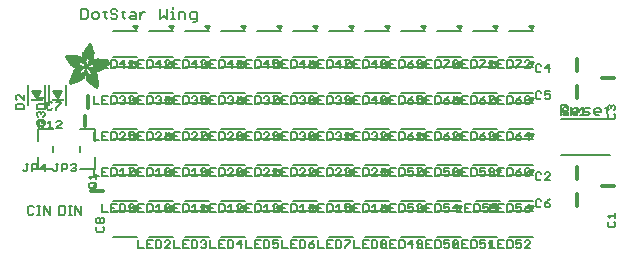
<source format=gbr>
G04 EAGLE Gerber RS-274X export*
G75*
%MOMM*%
%FSLAX34Y34*%
%LPD*%
%INSilkscreen Top*%
%IPPOS*%
%AMOC8*
5,1,8,0,0,1.08239X$1,22.5*%
G01*
%ADD10C,0.127000*%
%ADD11C,0.152400*%
%ADD12C,0.203200*%
%ADD13R,1.000000X0.200000*%
%ADD14C,0.304800*%
%ADD15R,0.050800X0.006300*%
%ADD16R,0.082600X0.006400*%
%ADD17R,0.120600X0.006300*%
%ADD18R,0.139700X0.006400*%
%ADD19R,0.158800X0.006300*%
%ADD20R,0.177800X0.006400*%
%ADD21R,0.196800X0.006300*%
%ADD22R,0.215900X0.006400*%
%ADD23R,0.228600X0.006300*%
%ADD24R,0.241300X0.006400*%
%ADD25R,0.254000X0.006300*%
%ADD26R,0.266700X0.006400*%
%ADD27R,0.279400X0.006300*%
%ADD28R,0.285700X0.006400*%
%ADD29R,0.298400X0.006300*%
%ADD30R,0.311200X0.006400*%
%ADD31R,0.317500X0.006300*%
%ADD32R,0.330200X0.006400*%
%ADD33R,0.336600X0.006300*%
%ADD34R,0.349200X0.006400*%
%ADD35R,0.361900X0.006300*%
%ADD36R,0.368300X0.006400*%
%ADD37R,0.381000X0.006300*%
%ADD38R,0.387300X0.006400*%
%ADD39R,0.393700X0.006300*%
%ADD40R,0.406400X0.006400*%
%ADD41R,0.412700X0.006300*%
%ADD42R,0.419100X0.006400*%
%ADD43R,0.431800X0.006300*%
%ADD44R,0.438100X0.006400*%
%ADD45R,0.450800X0.006300*%
%ADD46R,0.457200X0.006400*%
%ADD47R,0.463500X0.006300*%
%ADD48R,0.476200X0.006400*%
%ADD49R,0.482600X0.006300*%
%ADD50R,0.488900X0.006400*%
%ADD51R,0.501600X0.006300*%
%ADD52R,0.508000X0.006400*%
%ADD53R,0.514300X0.006300*%
%ADD54R,0.527000X0.006400*%
%ADD55R,0.533400X0.006300*%
%ADD56R,0.546100X0.006400*%
%ADD57R,0.552400X0.006300*%
%ADD58R,0.558800X0.006400*%
%ADD59R,0.571500X0.006300*%
%ADD60R,0.577800X0.006400*%
%ADD61R,0.584200X0.006300*%
%ADD62R,0.596900X0.006400*%
%ADD63R,0.603200X0.006300*%
%ADD64R,0.609600X0.006400*%
%ADD65R,0.622300X0.006300*%
%ADD66R,0.628600X0.006400*%
%ADD67R,0.641300X0.006300*%
%ADD68R,0.647700X0.006400*%
%ADD69R,0.063500X0.006300*%
%ADD70R,0.654000X0.006300*%
%ADD71R,0.101600X0.006400*%
%ADD72R,0.666700X0.006400*%
%ADD73R,0.139700X0.006300*%
%ADD74R,0.673100X0.006300*%
%ADD75R,0.165100X0.006400*%
%ADD76R,0.679400X0.006400*%
%ADD77R,0.196900X0.006300*%
%ADD78R,0.692100X0.006300*%
%ADD79R,0.222200X0.006400*%
%ADD80R,0.698500X0.006400*%
%ADD81R,0.247700X0.006300*%
%ADD82R,0.704800X0.006300*%
%ADD83R,0.279400X0.006400*%
%ADD84R,0.717500X0.006400*%
%ADD85R,0.298500X0.006300*%
%ADD86R,0.723900X0.006300*%
%ADD87R,0.736600X0.006400*%
%ADD88R,0.342900X0.006300*%
%ADD89R,0.742900X0.006300*%
%ADD90R,0.374700X0.006400*%
%ADD91R,0.749300X0.006400*%
%ADD92R,0.762000X0.006300*%
%ADD93R,0.412700X0.006400*%
%ADD94R,0.768300X0.006400*%
%ADD95R,0.438100X0.006300*%
%ADD96R,0.774700X0.006300*%
%ADD97R,0.463600X0.006400*%
%ADD98R,0.787400X0.006400*%
%ADD99R,0.793700X0.006300*%
%ADD100R,0.495300X0.006400*%
%ADD101R,0.800100X0.006400*%
%ADD102R,0.520700X0.006300*%
%ADD103R,0.812800X0.006300*%
%ADD104R,0.533400X0.006400*%
%ADD105R,0.819100X0.006400*%
%ADD106R,0.558800X0.006300*%
%ADD107R,0.825500X0.006300*%
%ADD108R,0.577900X0.006400*%
%ADD109R,0.831800X0.006400*%
%ADD110R,0.596900X0.006300*%
%ADD111R,0.844500X0.006300*%
%ADD112R,0.616000X0.006400*%
%ADD113R,0.850900X0.006400*%
%ADD114R,0.635000X0.006300*%
%ADD115R,0.857200X0.006300*%
%ADD116R,0.654100X0.006400*%
%ADD117R,0.863600X0.006400*%
%ADD118R,0.666700X0.006300*%
%ADD119R,0.869900X0.006300*%
%ADD120R,0.685800X0.006400*%
%ADD121R,0.876300X0.006400*%
%ADD122R,0.882600X0.006300*%
%ADD123R,0.723900X0.006400*%
%ADD124R,0.889000X0.006400*%
%ADD125R,0.895300X0.006300*%
%ADD126R,0.755700X0.006400*%
%ADD127R,0.901700X0.006400*%
%ADD128R,0.908000X0.006300*%
%ADD129R,0.793800X0.006400*%
%ADD130R,0.914400X0.006400*%
%ADD131R,0.806400X0.006300*%
%ADD132R,0.920700X0.006300*%
%ADD133R,0.825500X0.006400*%
%ADD134R,0.927100X0.006400*%
%ADD135R,0.933400X0.006300*%
%ADD136R,0.857300X0.006400*%
%ADD137R,0.939800X0.006400*%
%ADD138R,0.870000X0.006300*%
%ADD139R,0.939800X0.006300*%
%ADD140R,0.946100X0.006400*%
%ADD141R,0.952500X0.006300*%
%ADD142R,0.908000X0.006400*%
%ADD143R,0.958800X0.006400*%
%ADD144R,0.965200X0.006300*%
%ADD145R,0.965200X0.006400*%
%ADD146R,0.971500X0.006300*%
%ADD147R,0.952500X0.006400*%
%ADD148R,0.977900X0.006400*%
%ADD149R,0.958800X0.006300*%
%ADD150R,0.984200X0.006300*%
%ADD151R,0.971500X0.006400*%
%ADD152R,0.984200X0.006400*%
%ADD153R,0.990600X0.006300*%
%ADD154R,0.984300X0.006400*%
%ADD155R,0.996900X0.006400*%
%ADD156R,0.997000X0.006300*%
%ADD157R,0.996900X0.006300*%
%ADD158R,1.003300X0.006400*%
%ADD159R,1.016000X0.006300*%
%ADD160R,1.009600X0.006300*%
%ADD161R,1.016000X0.006400*%
%ADD162R,1.009600X0.006400*%
%ADD163R,1.022300X0.006300*%
%ADD164R,1.028700X0.006400*%
%ADD165R,1.035100X0.006300*%
%ADD166R,1.047800X0.006400*%
%ADD167R,1.054100X0.006300*%
%ADD168R,1.028700X0.006300*%
%ADD169R,1.054100X0.006400*%
%ADD170R,1.035000X0.006400*%
%ADD171R,1.060400X0.006300*%
%ADD172R,1.035000X0.006300*%
%ADD173R,1.060500X0.006400*%
%ADD174R,1.041400X0.006400*%
%ADD175R,1.066800X0.006300*%
%ADD176R,1.041400X0.006300*%
%ADD177R,1.079500X0.006400*%
%ADD178R,1.047700X0.006400*%
%ADD179R,1.085900X0.006300*%
%ADD180R,1.047700X0.006300*%
%ADD181R,1.085800X0.006400*%
%ADD182R,1.092200X0.006300*%
%ADD183R,1.085900X0.006400*%
%ADD184R,1.098600X0.006300*%
%ADD185R,1.098600X0.006400*%
%ADD186R,1.060400X0.006400*%
%ADD187R,1.104900X0.006300*%
%ADD188R,1.104900X0.006400*%
%ADD189R,1.066800X0.006400*%
%ADD190R,1.111200X0.006300*%
%ADD191R,1.117600X0.006400*%
%ADD192R,1.117600X0.006300*%
%ADD193R,1.073100X0.006300*%
%ADD194R,1.073100X0.006400*%
%ADD195R,1.124000X0.006300*%
%ADD196R,1.079500X0.006300*%
%ADD197R,1.123900X0.006400*%
%ADD198R,1.130300X0.006300*%
%ADD199R,1.130300X0.006400*%
%ADD200R,1.136700X0.006400*%
%ADD201R,1.136700X0.006300*%
%ADD202R,1.085800X0.006300*%
%ADD203R,1.136600X0.006400*%
%ADD204R,1.136600X0.006300*%
%ADD205R,1.143000X0.006400*%
%ADD206R,1.143000X0.006300*%
%ADD207R,1.149400X0.006300*%
%ADD208R,1.149300X0.006300*%
%ADD209R,1.149300X0.006400*%
%ADD210R,1.149400X0.006400*%
%ADD211R,1.155700X0.006400*%
%ADD212R,1.155700X0.006300*%
%ADD213R,1.060500X0.006300*%
%ADD214R,2.197100X0.006400*%
%ADD215R,2.197100X0.006300*%
%ADD216R,2.184400X0.006300*%
%ADD217R,2.184400X0.006400*%
%ADD218R,2.171700X0.006400*%
%ADD219R,2.171700X0.006300*%
%ADD220R,1.530300X0.006400*%
%ADD221R,1.505000X0.006300*%
%ADD222R,1.492300X0.006400*%
%ADD223R,1.485900X0.006300*%
%ADD224R,0.565200X0.006300*%
%ADD225R,1.473200X0.006400*%
%ADD226R,0.565200X0.006400*%
%ADD227R,1.460500X0.006300*%
%ADD228R,1.454100X0.006400*%
%ADD229R,0.552400X0.006400*%
%ADD230R,1.441500X0.006300*%
%ADD231R,0.546100X0.006300*%
%ADD232R,1.435100X0.006400*%
%ADD233R,0.539800X0.006400*%
%ADD234R,1.428800X0.006300*%
%ADD235R,1.422400X0.006400*%
%ADD236R,1.409700X0.006300*%
%ADD237R,0.527100X0.006300*%
%ADD238R,1.403300X0.006400*%
%ADD239R,0.527100X0.006400*%
%ADD240R,1.390700X0.006300*%
%ADD241R,1.384300X0.006400*%
%ADD242R,0.520700X0.006400*%
%ADD243R,1.384300X0.006300*%
%ADD244R,0.514400X0.006300*%
%ADD245R,1.371600X0.006400*%
%ADD246R,1.365200X0.006300*%
%ADD247R,0.508000X0.006300*%
%ADD248R,1.352600X0.006400*%
%ADD249R,0.501700X0.006400*%
%ADD250R,0.711200X0.006300*%
%ADD251R,0.603300X0.006300*%
%ADD252R,0.501700X0.006300*%
%ADD253R,0.692100X0.006400*%
%ADD254R,0.571500X0.006400*%
%ADD255R,0.679400X0.006300*%
%ADD256R,0.495300X0.006300*%
%ADD257R,0.673100X0.006400*%
%ADD258R,0.666800X0.006300*%
%ADD259R,0.488900X0.006300*%
%ADD260R,0.660400X0.006400*%
%ADD261R,0.482600X0.006400*%
%ADD262R,0.476200X0.006300*%
%ADD263R,0.654000X0.006400*%
%ADD264R,0.469900X0.006400*%
%ADD265R,0.476300X0.006400*%
%ADD266R,0.647700X0.006300*%
%ADD267R,0.457200X0.006300*%
%ADD268R,0.469900X0.006300*%
%ADD269R,0.641300X0.006400*%
%ADD270R,0.444500X0.006400*%
%ADD271R,0.463600X0.006300*%
%ADD272R,0.635000X0.006400*%
%ADD273R,0.463500X0.006400*%
%ADD274R,0.393700X0.006400*%
%ADD275R,0.450800X0.006400*%
%ADD276R,0.628600X0.006300*%
%ADD277R,0.387400X0.006300*%
%ADD278R,0.450900X0.006300*%
%ADD279R,0.628700X0.006400*%
%ADD280R,0.374600X0.006400*%
%ADD281R,0.368300X0.006300*%
%ADD282R,0.438200X0.006300*%
%ADD283R,0.622300X0.006400*%
%ADD284R,0.355600X0.006400*%
%ADD285R,0.431800X0.006400*%
%ADD286R,0.349300X0.006300*%
%ADD287R,0.425400X0.006300*%
%ADD288R,0.615900X0.006300*%
%ADD289R,0.330200X0.006300*%
%ADD290R,0.419100X0.006300*%
%ADD291R,0.616000X0.006300*%
%ADD292R,0.311200X0.006300*%
%ADD293R,0.406400X0.006300*%
%ADD294R,0.615900X0.006400*%
%ADD295R,0.304800X0.006400*%
%ADD296R,0.158800X0.006400*%
%ADD297R,0.609600X0.006300*%
%ADD298R,0.292100X0.006300*%
%ADD299R,0.235000X0.006300*%
%ADD300R,0.387400X0.006400*%
%ADD301R,0.292100X0.006400*%
%ADD302R,0.336500X0.006300*%
%ADD303R,0.260400X0.006300*%
%ADD304R,0.603300X0.006400*%
%ADD305R,0.260400X0.006400*%
%ADD306R,0.362000X0.006400*%
%ADD307R,0.450900X0.006400*%
%ADD308R,0.355600X0.006300*%
%ADD309R,0.342900X0.006400*%
%ADD310R,0.514300X0.006400*%
%ADD311R,0.234900X0.006300*%
%ADD312R,0.539700X0.006300*%
%ADD313R,0.603200X0.006400*%
%ADD314R,0.234900X0.006400*%
%ADD315R,0.920700X0.006400*%
%ADD316R,0.958900X0.006400*%
%ADD317R,0.215900X0.006300*%
%ADD318R,0.209600X0.006400*%
%ADD319R,0.203200X0.006300*%
%ADD320R,1.003300X0.006300*%
%ADD321R,0.203200X0.006400*%
%ADD322R,0.196900X0.006400*%
%ADD323R,0.190500X0.006300*%
%ADD324R,0.190500X0.006400*%
%ADD325R,0.184200X0.006300*%
%ADD326R,0.590500X0.006400*%
%ADD327R,0.184200X0.006400*%
%ADD328R,0.590500X0.006300*%
%ADD329R,0.177800X0.006300*%
%ADD330R,0.584200X0.006400*%
%ADD331R,1.168400X0.006400*%
%ADD332R,0.171500X0.006300*%
%ADD333R,1.187500X0.006300*%
%ADD334R,1.200100X0.006400*%
%ADD335R,0.577800X0.006300*%
%ADD336R,1.212900X0.006300*%
%ADD337R,1.231900X0.006400*%
%ADD338R,1.250900X0.006300*%
%ADD339R,0.565100X0.006400*%
%ADD340R,0.184100X0.006400*%
%ADD341R,1.263700X0.006400*%
%ADD342R,0.565100X0.006300*%
%ADD343R,1.289100X0.006300*%
%ADD344R,1.314400X0.006400*%
%ADD345R,0.552500X0.006300*%
%ADD346R,1.568500X0.006300*%
%ADD347R,0.552500X0.006400*%
%ADD348R,1.581200X0.006400*%
%ADD349R,1.593800X0.006300*%
%ADD350R,1.606500X0.006400*%
%ADD351R,1.619300X0.006300*%
%ADD352R,0.514400X0.006400*%
%ADD353R,1.638300X0.006400*%
%ADD354R,1.657300X0.006300*%
%ADD355R,2.209800X0.006400*%
%ADD356R,2.425700X0.006300*%
%ADD357R,2.470100X0.006400*%
%ADD358R,2.501900X0.006300*%
%ADD359R,2.533700X0.006400*%
%ADD360R,2.559000X0.006300*%
%ADD361R,2.584500X0.006400*%
%ADD362R,2.609900X0.006300*%
%ADD363R,2.628900X0.006400*%
%ADD364R,2.660600X0.006300*%
%ADD365R,2.673400X0.006400*%
%ADD366R,1.422400X0.006300*%
%ADD367R,1.200200X0.006300*%
%ADD368R,1.365300X0.006300*%
%ADD369R,1.365300X0.006400*%
%ADD370R,1.352500X0.006300*%
%ADD371R,1.098500X0.006300*%
%ADD372R,1.358900X0.006400*%
%ADD373R,1.352600X0.006300*%
%ADD374R,1.358900X0.006300*%
%ADD375R,1.371600X0.006300*%
%ADD376R,1.377900X0.006400*%
%ADD377R,1.397000X0.006400*%
%ADD378R,1.403300X0.006300*%
%ADD379R,0.914400X0.006300*%
%ADD380R,0.876300X0.006300*%
%ADD381R,0.374600X0.006300*%
%ADD382R,1.073200X0.006400*%
%ADD383R,0.374700X0.006300*%
%ADD384R,0.844600X0.006400*%
%ADD385R,0.844600X0.006300*%
%ADD386R,0.831900X0.006400*%
%ADD387R,1.092200X0.006400*%
%ADD388R,0.400000X0.006300*%
%ADD389R,0.819200X0.006400*%
%ADD390R,1.111300X0.006400*%
%ADD391R,0.812800X0.006400*%
%ADD392R,0.800100X0.006300*%
%ADD393R,0.476300X0.006300*%
%ADD394R,1.181100X0.006300*%
%ADD395R,0.501600X0.006400*%
%ADD396R,1.193800X0.006400*%
%ADD397R,0.781000X0.006400*%
%ADD398R,1.238200X0.006400*%
%ADD399R,0.781100X0.006300*%
%ADD400R,1.257300X0.006300*%
%ADD401R,1.295400X0.006400*%
%ADD402R,1.333500X0.006300*%
%ADD403R,0.774700X0.006400*%
%ADD404R,1.866900X0.006400*%
%ADD405R,0.209600X0.006300*%
%ADD406R,1.866900X0.006300*%
%ADD407R,0.768400X0.006400*%
%ADD408R,0.209500X0.006400*%
%ADD409R,1.860600X0.006400*%
%ADD410R,0.762000X0.006400*%
%ADD411R,0.768400X0.006300*%
%ADD412R,1.860600X0.006300*%
%ADD413R,1.860500X0.006400*%
%ADD414R,0.222300X0.006300*%
%ADD415R,1.854200X0.006300*%
%ADD416R,0.235000X0.006400*%
%ADD417R,1.854200X0.006400*%
%ADD418R,0.768300X0.006300*%
%ADD419R,0.260300X0.006400*%
%ADD420R,1.847800X0.006400*%
%ADD421R,0.266700X0.006300*%
%ADD422R,1.847800X0.006300*%
%ADD423R,0.273100X0.006400*%
%ADD424R,1.841500X0.006400*%
%ADD425R,0.285800X0.006300*%
%ADD426R,1.841500X0.006300*%
%ADD427R,0.298500X0.006400*%
%ADD428R,1.835100X0.006400*%
%ADD429R,0.781000X0.006300*%
%ADD430R,0.304800X0.006300*%
%ADD431R,1.835100X0.006300*%
%ADD432R,0.317500X0.006400*%
%ADD433R,1.828800X0.006400*%
%ADD434R,0.787400X0.006300*%
%ADD435R,0.323800X0.006300*%
%ADD436R,1.828800X0.006300*%
%ADD437R,0.793700X0.006400*%
%ADD438R,1.822400X0.006400*%
%ADD439R,0.806500X0.006300*%
%ADD440R,1.822400X0.006300*%
%ADD441R,1.816100X0.006400*%
%ADD442R,0.819100X0.006300*%
%ADD443R,0.387300X0.006300*%
%ADD444R,1.816100X0.006300*%
%ADD445R,1.809800X0.006400*%
%ADD446R,1.803400X0.006300*%
%ADD447R,1.797000X0.006400*%
%ADD448R,0.901700X0.006300*%
%ADD449R,1.797000X0.006300*%
%ADD450R,1.441400X0.006400*%
%ADD451R,1.790700X0.006400*%
%ADD452R,1.447800X0.006300*%
%ADD453R,1.784300X0.006300*%
%ADD454R,1.447800X0.006400*%
%ADD455R,1.784300X0.006400*%
%ADD456R,1.454100X0.006300*%
%ADD457R,1.771700X0.006300*%
%ADD458R,1.460500X0.006400*%
%ADD459R,1.759000X0.006400*%
%ADD460R,1.466800X0.006300*%
%ADD461R,1.752600X0.006300*%
%ADD462R,1.466800X0.006400*%
%ADD463R,1.739900X0.006400*%
%ADD464R,1.473200X0.006300*%
%ADD465R,1.727200X0.006300*%
%ADD466R,1.479500X0.006400*%
%ADD467R,1.714500X0.006400*%
%ADD468R,1.695400X0.006300*%
%ADD469R,1.485900X0.006400*%
%ADD470R,1.682700X0.006400*%
%ADD471R,1.492200X0.006300*%
%ADD472R,1.663700X0.006300*%
%ADD473R,1.498600X0.006400*%
%ADD474R,1.644600X0.006400*%
%ADD475R,1.498600X0.006300*%
%ADD476R,1.619200X0.006300*%
%ADD477R,1.511300X0.006400*%
%ADD478R,1.600200X0.006400*%
%ADD479R,1.517700X0.006300*%
%ADD480R,1.574800X0.006300*%
%ADD481R,1.524000X0.006400*%
%ADD482R,1.555800X0.006400*%
%ADD483R,1.524000X0.006300*%
%ADD484R,1.536700X0.006300*%
%ADD485R,1.530400X0.006400*%
%ADD486R,1.517700X0.006400*%
%ADD487R,1.492300X0.006300*%
%ADD488R,1.549400X0.006400*%
%ADD489R,1.479600X0.006400*%
%ADD490R,1.549400X0.006300*%
%ADD491R,1.555700X0.006400*%
%ADD492R,1.562100X0.006300*%
%ADD493R,0.323900X0.006300*%
%ADD494R,1.568400X0.006400*%
%ADD495R,0.336600X0.006400*%
%ADD496R,1.587500X0.006300*%
%ADD497R,0.971600X0.006300*%
%ADD498R,0.349300X0.006400*%
%ADD499R,1.600200X0.006300*%
%ADD500R,0.920800X0.006300*%
%ADD501R,0.882700X0.006400*%
%ADD502R,1.612900X0.006300*%
%ADD503R,0.362000X0.006300*%
%ADD504R,1.625600X0.006400*%
%ADD505R,1.625600X0.006300*%
%ADD506R,1.644600X0.006300*%
%ADD507R,0.736600X0.006300*%
%ADD508R,0.717600X0.006400*%
%ADD509R,1.657400X0.006300*%
%ADD510R,0.679500X0.006300*%
%ADD511R,1.663700X0.006400*%
%ADD512R,0.400000X0.006400*%
%ADD513R,1.676400X0.006300*%
%ADD514R,1.676400X0.006400*%
%ADD515R,0.425500X0.006400*%
%ADD516R,1.352500X0.006400*%
%ADD517R,0.444500X0.006300*%
%ADD518R,0.361900X0.006400*%
%ADD519R,0.088900X0.006300*%
%ADD520R,1.009700X0.006300*%
%ADD521R,1.009700X0.006400*%
%ADD522R,1.022300X0.006400*%
%ADD523R,1.346200X0.006400*%
%ADD524R,1.346200X0.006300*%
%ADD525R,1.339900X0.006400*%
%ADD526R,1.035100X0.006400*%
%ADD527R,1.339800X0.006300*%
%ADD528R,1.333500X0.006400*%
%ADD529R,1.327200X0.006400*%
%ADD530R,1.320800X0.006300*%
%ADD531R,1.314500X0.006400*%
%ADD532R,1.314400X0.006300*%
%ADD533R,1.301700X0.006400*%
%ADD534R,1.295400X0.006300*%
%ADD535R,1.289000X0.006400*%
%ADD536R,1.276300X0.006300*%
%ADD537R,1.251000X0.006300*%
%ADD538R,1.244600X0.006400*%
%ADD539R,1.231900X0.006300*%
%ADD540R,1.212800X0.006400*%
%ADD541R,1.200100X0.006300*%
%ADD542R,1.187400X0.006400*%
%ADD543R,1.168400X0.006300*%
%ADD544R,1.047800X0.006300*%
%ADD545R,0.977900X0.006300*%
%ADD546R,0.946200X0.006400*%
%ADD547R,0.933400X0.006400*%
%ADD548R,0.895300X0.006400*%
%ADD549R,0.882700X0.006300*%
%ADD550R,0.863600X0.006300*%
%ADD551R,0.857200X0.006400*%
%ADD552R,0.850900X0.006300*%
%ADD553R,0.838200X0.006300*%
%ADD554R,0.806500X0.006400*%
%ADD555R,0.717600X0.006300*%
%ADD556R,0.711200X0.006400*%
%ADD557R,0.641400X0.006400*%
%ADD558R,0.641400X0.006300*%
%ADD559R,0.628700X0.006300*%
%ADD560R,0.590600X0.006300*%
%ADD561R,0.539700X0.006400*%
%ADD562R,0.285700X0.006300*%
%ADD563R,0.222200X0.006300*%
%ADD564R,0.171400X0.006300*%
%ADD565R,0.152400X0.006400*%
%ADD566R,0.133400X0.006300*%

G36*
X11546Y145315D02*
X11546Y145315D01*
X11573Y145315D01*
X11684Y145347D01*
X11797Y145373D01*
X11820Y145386D01*
X11846Y145394D01*
X11944Y145456D01*
X12045Y145512D01*
X12061Y145530D01*
X12086Y145545D01*
X12271Y145753D01*
X12275Y145757D01*
X14275Y148757D01*
X14306Y148821D01*
X14346Y148881D01*
X14367Y148949D01*
X14398Y149013D01*
X14410Y149084D01*
X14431Y149152D01*
X14433Y149223D01*
X14445Y149294D01*
X14437Y149365D01*
X14439Y149436D01*
X14421Y149505D01*
X14412Y149576D01*
X14385Y149642D01*
X14367Y149711D01*
X14330Y149772D01*
X14303Y149838D01*
X14258Y149894D01*
X14222Y149956D01*
X14170Y150005D01*
X14125Y150060D01*
X14067Y150101D01*
X14014Y150150D01*
X13951Y150183D01*
X13893Y150224D01*
X13825Y150247D01*
X13761Y150280D01*
X13702Y150290D01*
X13624Y150317D01*
X13505Y150323D01*
X13430Y150335D01*
X9430Y150335D01*
X9359Y150325D01*
X9287Y150325D01*
X9219Y150305D01*
X9149Y150295D01*
X9083Y150266D01*
X9014Y150246D01*
X8954Y150208D01*
X8889Y150179D01*
X8834Y150133D01*
X8774Y150095D01*
X8726Y150042D01*
X8672Y149996D01*
X8632Y149936D01*
X8585Y149882D01*
X8554Y149818D01*
X8515Y149759D01*
X8493Y149691D01*
X8462Y149626D01*
X8450Y149556D01*
X8429Y149488D01*
X8427Y149416D01*
X8415Y149346D01*
X8423Y149275D01*
X8421Y149204D01*
X8440Y149134D01*
X8448Y149063D01*
X8473Y149008D01*
X8493Y148929D01*
X8554Y148826D01*
X8585Y148757D01*
X10585Y145757D01*
X10662Y145670D01*
X10735Y145580D01*
X10757Y145565D01*
X10775Y145545D01*
X10872Y145483D01*
X10967Y145416D01*
X10993Y145408D01*
X11015Y145393D01*
X11126Y145361D01*
X11236Y145323D01*
X11263Y145322D01*
X11288Y145315D01*
X11404Y145315D01*
X11520Y145309D01*
X11546Y145315D01*
G37*
G36*
X29326Y145315D02*
X29326Y145315D01*
X29353Y145315D01*
X29464Y145347D01*
X29577Y145373D01*
X29600Y145386D01*
X29626Y145394D01*
X29724Y145456D01*
X29825Y145512D01*
X29841Y145530D01*
X29866Y145545D01*
X30051Y145753D01*
X30055Y145757D01*
X32055Y148757D01*
X32086Y148821D01*
X32126Y148881D01*
X32147Y148949D01*
X32178Y149013D01*
X32190Y149084D01*
X32211Y149152D01*
X32213Y149223D01*
X32225Y149294D01*
X32217Y149365D01*
X32219Y149436D01*
X32201Y149505D01*
X32192Y149576D01*
X32165Y149642D01*
X32147Y149711D01*
X32110Y149772D01*
X32083Y149838D01*
X32038Y149894D01*
X32002Y149956D01*
X31950Y150005D01*
X31905Y150060D01*
X31847Y150101D01*
X31794Y150150D01*
X31731Y150183D01*
X31673Y150224D01*
X31605Y150247D01*
X31541Y150280D01*
X31482Y150290D01*
X31404Y150317D01*
X31285Y150323D01*
X31210Y150335D01*
X27210Y150335D01*
X27139Y150325D01*
X27067Y150325D01*
X26999Y150305D01*
X26929Y150295D01*
X26863Y150266D01*
X26794Y150246D01*
X26734Y150208D01*
X26669Y150179D01*
X26614Y150133D01*
X26554Y150095D01*
X26506Y150042D01*
X26452Y149996D01*
X26412Y149936D01*
X26365Y149882D01*
X26334Y149818D01*
X26295Y149759D01*
X26273Y149691D01*
X26242Y149626D01*
X26230Y149556D01*
X26209Y149488D01*
X26207Y149416D01*
X26195Y149346D01*
X26203Y149275D01*
X26201Y149204D01*
X26220Y149134D01*
X26228Y149063D01*
X26253Y149008D01*
X26273Y148929D01*
X26334Y148826D01*
X26365Y148757D01*
X28365Y145757D01*
X28442Y145670D01*
X28515Y145580D01*
X28537Y145565D01*
X28555Y145545D01*
X28652Y145483D01*
X28747Y145416D01*
X28773Y145408D01*
X28795Y145393D01*
X28906Y145361D01*
X29016Y145323D01*
X29043Y145322D01*
X29068Y145315D01*
X29184Y145315D01*
X29300Y145309D01*
X29326Y145315D01*
G37*
D10*
X8775Y52075D02*
X7504Y53347D01*
X4962Y53347D01*
X3691Y52075D01*
X3691Y46991D01*
X4962Y45720D01*
X7504Y45720D01*
X8775Y46991D01*
X11876Y45720D02*
X14419Y45720D01*
X13147Y45720D02*
X13147Y53347D01*
X11876Y53347D02*
X14419Y53347D01*
X17334Y53347D02*
X17334Y45720D01*
X22418Y45720D02*
X17334Y53347D01*
X22418Y53347D02*
X22418Y45720D01*
X30361Y45720D02*
X30361Y53347D01*
X30361Y45720D02*
X34174Y45720D01*
X35445Y46991D01*
X35445Y52075D01*
X34174Y53347D01*
X30361Y53347D01*
X38546Y45720D02*
X41089Y45720D01*
X39817Y45720D02*
X39817Y53347D01*
X38546Y53347D02*
X41089Y53347D01*
X44004Y53347D02*
X44004Y45720D01*
X49088Y45720D02*
X44004Y53347D01*
X49088Y53347D02*
X49088Y45720D01*
D11*
X49022Y211582D02*
X49022Y220225D01*
X49022Y211582D02*
X53344Y211582D01*
X54784Y213023D01*
X54784Y218785D01*
X53344Y220225D01*
X49022Y220225D01*
X59818Y211582D02*
X62699Y211582D01*
X64139Y213023D01*
X64139Y215904D01*
X62699Y217344D01*
X59818Y217344D01*
X58377Y215904D01*
X58377Y213023D01*
X59818Y211582D01*
X69173Y213023D02*
X69173Y218785D01*
X69173Y213023D02*
X70614Y211582D01*
X70614Y217344D02*
X67732Y217344D01*
X78291Y220225D02*
X79731Y218785D01*
X78291Y220225D02*
X75410Y220225D01*
X73969Y218785D01*
X73969Y217344D01*
X75410Y215904D01*
X78291Y215904D01*
X79731Y214463D01*
X79731Y213023D01*
X78291Y211582D01*
X75410Y211582D01*
X73969Y213023D01*
X84765Y213023D02*
X84765Y218785D01*
X84765Y213023D02*
X86205Y211582D01*
X86205Y217344D02*
X83324Y217344D01*
X91002Y217344D02*
X93883Y217344D01*
X95323Y215904D01*
X95323Y211582D01*
X91002Y211582D01*
X89561Y213023D01*
X91002Y214463D01*
X95323Y214463D01*
X98916Y211582D02*
X98916Y217344D01*
X98916Y214463D02*
X101797Y217344D01*
X103238Y217344D01*
X116067Y220225D02*
X116067Y211582D01*
X118949Y214463D01*
X121830Y211582D01*
X121830Y220225D01*
X125423Y217344D02*
X126863Y217344D01*
X126863Y211582D01*
X125423Y211582D02*
X128304Y211582D01*
X126863Y220225D02*
X126863Y221666D01*
X131659Y217344D02*
X131659Y211582D01*
X131659Y217344D02*
X135981Y217344D01*
X137422Y215904D01*
X137422Y211582D01*
X143896Y208701D02*
X145336Y208701D01*
X146777Y210141D01*
X146777Y217344D01*
X142455Y217344D01*
X141015Y215904D01*
X141015Y213023D01*
X142455Y211582D01*
X146777Y211582D01*
X455183Y138945D02*
X455183Y130302D01*
X455183Y138945D02*
X459505Y138945D01*
X460945Y137505D01*
X460945Y134624D01*
X459505Y133183D01*
X455183Y133183D01*
X458064Y133183D02*
X460945Y130302D01*
X465979Y130302D02*
X468860Y130302D01*
X465979Y130302D02*
X464538Y131743D01*
X464538Y134624D01*
X465979Y136064D01*
X468860Y136064D01*
X470301Y134624D01*
X470301Y133183D01*
X464538Y133183D01*
X473894Y130302D02*
X478215Y130302D01*
X479656Y131743D01*
X478215Y133183D01*
X475334Y133183D01*
X473894Y134624D01*
X475334Y136064D01*
X479656Y136064D01*
X484689Y130302D02*
X487570Y130302D01*
X484689Y130302D02*
X483249Y131743D01*
X483249Y134624D01*
X484689Y136064D01*
X487570Y136064D01*
X489011Y134624D01*
X489011Y133183D01*
X483249Y133183D01*
X494045Y131743D02*
X494045Y137505D01*
X494045Y131743D02*
X495485Y130302D01*
X495485Y136064D02*
X492604Y136064D01*
D10*
X96360Y49100D02*
X76360Y49100D01*
X76360Y27100D02*
X96360Y27100D01*
X97360Y53100D02*
X94360Y53100D01*
X93360Y53100D01*
X95360Y51100D01*
X97360Y53100D01*
X96360Y53100D01*
X95360Y52100D01*
X106840Y49100D02*
X126840Y49100D01*
X126840Y27100D02*
X106840Y27100D01*
X124840Y53100D02*
X127840Y53100D01*
X124840Y53100D02*
X123840Y53100D01*
X125840Y51100D01*
X127840Y53100D01*
X126840Y53100D01*
X125840Y52100D01*
D11*
X97665Y24344D02*
X97665Y17734D01*
X102072Y17734D01*
X105150Y24344D02*
X109556Y24344D01*
X105150Y24344D02*
X105150Y17734D01*
X109556Y17734D01*
X107353Y21039D02*
X105150Y21039D01*
X112634Y24344D02*
X112634Y17734D01*
X115939Y17734D01*
X117040Y18836D01*
X117040Y23242D01*
X115939Y24344D01*
X112634Y24344D01*
X120118Y17734D02*
X124524Y17734D01*
X120118Y17734D02*
X124524Y22140D01*
X124524Y23242D01*
X123423Y24344D01*
X121219Y24344D01*
X120118Y23242D01*
D10*
X137320Y49100D02*
X157320Y49100D01*
X157320Y27100D02*
X137320Y27100D01*
X155320Y53100D02*
X158320Y53100D01*
X155320Y53100D02*
X154320Y53100D01*
X156320Y51100D01*
X158320Y53100D01*
X157320Y53100D01*
X156320Y52100D01*
D11*
X128145Y24344D02*
X128145Y17734D01*
X132552Y17734D01*
X135630Y24344D02*
X140036Y24344D01*
X135630Y24344D02*
X135630Y17734D01*
X140036Y17734D01*
X137833Y21039D02*
X135630Y21039D01*
X143114Y24344D02*
X143114Y17734D01*
X146419Y17734D01*
X147520Y18836D01*
X147520Y23242D01*
X146419Y24344D01*
X143114Y24344D01*
X150598Y23242D02*
X151699Y24344D01*
X153903Y24344D01*
X155004Y23242D01*
X155004Y22140D01*
X153903Y21039D01*
X152801Y21039D01*
X153903Y21039D02*
X155004Y19937D01*
X155004Y18836D01*
X153903Y17734D01*
X151699Y17734D01*
X150598Y18836D01*
D10*
X167800Y49100D02*
X187800Y49100D01*
X187800Y27100D02*
X167800Y27100D01*
X185800Y53100D02*
X188800Y53100D01*
X185800Y53100D02*
X184800Y53100D01*
X186800Y51100D01*
X188800Y53100D01*
X187800Y53100D01*
X186800Y52100D01*
D11*
X158625Y24344D02*
X158625Y17734D01*
X163032Y17734D01*
X166110Y24344D02*
X170516Y24344D01*
X166110Y24344D02*
X166110Y17734D01*
X170516Y17734D01*
X168313Y21039D02*
X166110Y21039D01*
X173594Y24344D02*
X173594Y17734D01*
X176899Y17734D01*
X178000Y18836D01*
X178000Y23242D01*
X176899Y24344D01*
X173594Y24344D01*
X184383Y24344D02*
X184383Y17734D01*
X181078Y21039D02*
X184383Y24344D01*
X185484Y21039D02*
X181078Y21039D01*
D10*
X198280Y49100D02*
X218280Y49100D01*
X218280Y27100D02*
X198280Y27100D01*
X216280Y53100D02*
X219280Y53100D01*
X216280Y53100D02*
X215280Y53100D01*
X217280Y51100D01*
X219280Y53100D01*
X218280Y53100D01*
X217280Y52100D01*
D11*
X189105Y24344D02*
X189105Y17734D01*
X193512Y17734D01*
X196590Y24344D02*
X200996Y24344D01*
X196590Y24344D02*
X196590Y17734D01*
X200996Y17734D01*
X198793Y21039D02*
X196590Y21039D01*
X204074Y24344D02*
X204074Y17734D01*
X207379Y17734D01*
X208480Y18836D01*
X208480Y23242D01*
X207379Y24344D01*
X204074Y24344D01*
X211558Y24344D02*
X215964Y24344D01*
X211558Y24344D02*
X211558Y21039D01*
X213761Y22140D01*
X214863Y22140D01*
X215964Y21039D01*
X215964Y18836D01*
X214863Y17734D01*
X212659Y17734D01*
X211558Y18836D01*
D10*
X228760Y49100D02*
X248760Y49100D01*
X248760Y27100D02*
X228760Y27100D01*
X246760Y53100D02*
X249760Y53100D01*
X246760Y53100D02*
X245760Y53100D01*
X247760Y51100D01*
X249760Y53100D01*
X248760Y53100D01*
X247760Y52100D01*
D11*
X219585Y24344D02*
X219585Y17734D01*
X223992Y17734D01*
X227070Y24344D02*
X231476Y24344D01*
X227070Y24344D02*
X227070Y17734D01*
X231476Y17734D01*
X229273Y21039D02*
X227070Y21039D01*
X234554Y24344D02*
X234554Y17734D01*
X237859Y17734D01*
X238960Y18836D01*
X238960Y23242D01*
X237859Y24344D01*
X234554Y24344D01*
X244241Y23242D02*
X246444Y24344D01*
X244241Y23242D02*
X242038Y21039D01*
X242038Y18836D01*
X243139Y17734D01*
X245343Y17734D01*
X246444Y18836D01*
X246444Y19937D01*
X245343Y21039D01*
X242038Y21039D01*
D10*
X259240Y49100D02*
X279240Y49100D01*
X279240Y27100D02*
X259240Y27100D01*
X277240Y53100D02*
X280240Y53100D01*
X277240Y53100D02*
X276240Y53100D01*
X278240Y51100D01*
X280240Y53100D01*
X279240Y53100D01*
X278240Y52100D01*
D11*
X250065Y24344D02*
X250065Y17734D01*
X254472Y17734D01*
X257550Y24344D02*
X261956Y24344D01*
X257550Y24344D02*
X257550Y17734D01*
X261956Y17734D01*
X259753Y21039D02*
X257550Y21039D01*
X265034Y24344D02*
X265034Y17734D01*
X268339Y17734D01*
X269440Y18836D01*
X269440Y23242D01*
X268339Y24344D01*
X265034Y24344D01*
X272518Y24344D02*
X276924Y24344D01*
X276924Y23242D01*
X272518Y18836D01*
X272518Y17734D01*
D10*
X289720Y49100D02*
X309720Y49100D01*
X309720Y27100D02*
X289720Y27100D01*
X307720Y53100D02*
X310720Y53100D01*
X307720Y53100D02*
X306720Y53100D01*
X308720Y51100D01*
X310720Y53100D01*
X309720Y53100D01*
X308720Y52100D01*
D11*
X280545Y24344D02*
X280545Y17734D01*
X284952Y17734D01*
X288030Y24344D02*
X292436Y24344D01*
X288030Y24344D02*
X288030Y17734D01*
X292436Y17734D01*
X290233Y21039D02*
X288030Y21039D01*
X295514Y24344D02*
X295514Y17734D01*
X298819Y17734D01*
X299920Y18836D01*
X299920Y23242D01*
X298819Y24344D01*
X295514Y24344D01*
X302998Y23242D02*
X304099Y24344D01*
X306303Y24344D01*
X307404Y23242D01*
X307404Y22140D01*
X306303Y21039D01*
X307404Y19937D01*
X307404Y18836D01*
X306303Y17734D01*
X304099Y17734D01*
X302998Y18836D01*
X302998Y19937D01*
X304099Y21039D01*
X302998Y22140D01*
X302998Y23242D01*
X304099Y21039D02*
X306303Y21039D01*
D10*
X96360Y79580D02*
X76360Y79580D01*
X76360Y57580D02*
X96360Y57580D01*
X97360Y83580D02*
X94360Y83580D01*
X93360Y83580D01*
X95360Y81580D01*
X97360Y83580D01*
X96360Y83580D01*
X95360Y82580D01*
D11*
X67185Y54824D02*
X67185Y48214D01*
X71592Y48214D01*
X74670Y54824D02*
X79076Y54824D01*
X74670Y54824D02*
X74670Y48214D01*
X79076Y48214D01*
X76873Y51519D02*
X74670Y51519D01*
X82154Y54824D02*
X82154Y48214D01*
X85459Y48214D01*
X86560Y49316D01*
X86560Y53722D01*
X85459Y54824D01*
X82154Y54824D01*
X89638Y49316D02*
X90739Y48214D01*
X92943Y48214D01*
X94044Y49316D01*
X94044Y53722D01*
X92943Y54824D01*
X90739Y54824D01*
X89638Y53722D01*
X89638Y52620D01*
X90739Y51519D01*
X94044Y51519D01*
D10*
X106840Y79580D02*
X126840Y79580D01*
X126840Y57580D02*
X106840Y57580D01*
X124840Y83580D02*
X127840Y83580D01*
X124840Y83580D02*
X123840Y83580D01*
X125840Y81580D01*
X127840Y83580D01*
X126840Y83580D01*
X125840Y82580D01*
D11*
X90181Y54824D02*
X90181Y48214D01*
X94588Y48214D01*
X97665Y54824D02*
X102072Y54824D01*
X97665Y54824D02*
X97665Y48214D01*
X102072Y48214D01*
X99869Y51519D02*
X97665Y51519D01*
X105150Y54824D02*
X105150Y48214D01*
X108454Y48214D01*
X109556Y49316D01*
X109556Y53722D01*
X108454Y54824D01*
X105150Y54824D01*
X112634Y52620D02*
X114837Y54824D01*
X114837Y48214D01*
X112634Y48214D02*
X117040Y48214D01*
X120118Y49316D02*
X120118Y53722D01*
X121219Y54824D01*
X123423Y54824D01*
X124524Y53722D01*
X124524Y49316D01*
X123423Y48214D01*
X121219Y48214D01*
X120118Y49316D01*
X124524Y53722D01*
D10*
X137320Y79580D02*
X157320Y79580D01*
X157320Y57580D02*
X137320Y57580D01*
X155320Y83580D02*
X158320Y83580D01*
X155320Y83580D02*
X154320Y83580D01*
X156320Y81580D01*
X158320Y83580D01*
X157320Y83580D01*
X156320Y82580D01*
D11*
X120661Y54824D02*
X120661Y48214D01*
X125068Y48214D01*
X128145Y54824D02*
X132552Y54824D01*
X128145Y54824D02*
X128145Y48214D01*
X132552Y48214D01*
X130349Y51519D02*
X128145Y51519D01*
X135630Y54824D02*
X135630Y48214D01*
X138934Y48214D01*
X140036Y49316D01*
X140036Y53722D01*
X138934Y54824D01*
X135630Y54824D01*
X143114Y52620D02*
X145317Y54824D01*
X145317Y48214D01*
X143114Y48214D02*
X147520Y48214D01*
X150598Y52620D02*
X152801Y54824D01*
X152801Y48214D01*
X150598Y48214D02*
X155004Y48214D01*
D10*
X167800Y79580D02*
X187800Y79580D01*
X187800Y57580D02*
X167800Y57580D01*
X185800Y83580D02*
X188800Y83580D01*
X185800Y83580D02*
X184800Y83580D01*
X186800Y81580D01*
X188800Y83580D01*
X187800Y83580D01*
X186800Y82580D01*
D11*
X151141Y54824D02*
X151141Y48214D01*
X155548Y48214D01*
X158625Y54824D02*
X163032Y54824D01*
X158625Y54824D02*
X158625Y48214D01*
X163032Y48214D01*
X160829Y51519D02*
X158625Y51519D01*
X166110Y54824D02*
X166110Y48214D01*
X169414Y48214D01*
X170516Y49316D01*
X170516Y53722D01*
X169414Y54824D01*
X166110Y54824D01*
X173594Y52620D02*
X175797Y54824D01*
X175797Y48214D01*
X173594Y48214D02*
X178000Y48214D01*
X181078Y48214D02*
X185484Y48214D01*
X181078Y48214D02*
X185484Y52620D01*
X185484Y53722D01*
X184383Y54824D01*
X182179Y54824D01*
X181078Y53722D01*
D10*
X198280Y79580D02*
X218280Y79580D01*
X218280Y57580D02*
X198280Y57580D01*
X216280Y83580D02*
X219280Y83580D01*
X216280Y83580D02*
X215280Y83580D01*
X217280Y81580D01*
X219280Y83580D01*
X218280Y83580D01*
X217280Y82580D01*
D11*
X181621Y54824D02*
X181621Y48214D01*
X186028Y48214D01*
X189105Y54824D02*
X193512Y54824D01*
X189105Y54824D02*
X189105Y48214D01*
X193512Y48214D01*
X191309Y51519D02*
X189105Y51519D01*
X196590Y54824D02*
X196590Y48214D01*
X199894Y48214D01*
X200996Y49316D01*
X200996Y53722D01*
X199894Y54824D01*
X196590Y54824D01*
X204074Y52620D02*
X206277Y54824D01*
X206277Y48214D01*
X204074Y48214D02*
X208480Y48214D01*
X211558Y53722D02*
X212659Y54824D01*
X214863Y54824D01*
X215964Y53722D01*
X215964Y52620D01*
X214863Y51519D01*
X213761Y51519D01*
X214863Y51519D02*
X215964Y50417D01*
X215964Y49316D01*
X214863Y48214D01*
X212659Y48214D01*
X211558Y49316D01*
D10*
X228760Y79580D02*
X248760Y79580D01*
X248760Y57580D02*
X228760Y57580D01*
X246760Y83580D02*
X249760Y83580D01*
X246760Y83580D02*
X245760Y83580D01*
X247760Y81580D01*
X249760Y83580D01*
X248760Y83580D01*
X247760Y82580D01*
D11*
X212101Y54824D02*
X212101Y48214D01*
X216508Y48214D01*
X219585Y54824D02*
X223992Y54824D01*
X219585Y54824D02*
X219585Y48214D01*
X223992Y48214D01*
X221789Y51519D02*
X219585Y51519D01*
X227070Y54824D02*
X227070Y48214D01*
X230374Y48214D01*
X231476Y49316D01*
X231476Y53722D01*
X230374Y54824D01*
X227070Y54824D01*
X234554Y52620D02*
X236757Y54824D01*
X236757Y48214D01*
X234554Y48214D02*
X238960Y48214D01*
X245343Y48214D02*
X245343Y54824D01*
X242038Y51519D01*
X246444Y51519D01*
D10*
X259240Y79580D02*
X279240Y79580D01*
X279240Y57580D02*
X259240Y57580D01*
X277240Y83580D02*
X280240Y83580D01*
X277240Y83580D02*
X276240Y83580D01*
X278240Y81580D01*
X280240Y83580D01*
X279240Y83580D01*
X278240Y82580D01*
D11*
X242581Y54824D02*
X242581Y48214D01*
X246988Y48214D01*
X250065Y54824D02*
X254472Y54824D01*
X250065Y54824D02*
X250065Y48214D01*
X254472Y48214D01*
X252269Y51519D02*
X250065Y51519D01*
X257550Y54824D02*
X257550Y48214D01*
X260854Y48214D01*
X261956Y49316D01*
X261956Y53722D01*
X260854Y54824D01*
X257550Y54824D01*
X265034Y52620D02*
X267237Y54824D01*
X267237Y48214D01*
X265034Y48214D02*
X269440Y48214D01*
X272518Y54824D02*
X276924Y54824D01*
X272518Y54824D02*
X272518Y51519D01*
X274721Y52620D01*
X275823Y52620D01*
X276924Y51519D01*
X276924Y49316D01*
X275823Y48214D01*
X273619Y48214D01*
X272518Y49316D01*
D10*
X289720Y79580D02*
X309720Y79580D01*
X309720Y57580D02*
X289720Y57580D01*
X307720Y83580D02*
X310720Y83580D01*
X307720Y83580D02*
X306720Y83580D01*
X308720Y81580D01*
X310720Y83580D01*
X309720Y83580D01*
X308720Y82580D01*
D11*
X273061Y54824D02*
X273061Y48214D01*
X277468Y48214D01*
X280545Y54824D02*
X284952Y54824D01*
X280545Y54824D02*
X280545Y48214D01*
X284952Y48214D01*
X282749Y51519D02*
X280545Y51519D01*
X288030Y54824D02*
X288030Y48214D01*
X291334Y48214D01*
X292436Y49316D01*
X292436Y53722D01*
X291334Y54824D01*
X288030Y54824D01*
X295514Y52620D02*
X297717Y54824D01*
X297717Y48214D01*
X295514Y48214D02*
X299920Y48214D01*
X305201Y53722D02*
X307404Y54824D01*
X305201Y53722D02*
X302998Y51519D01*
X302998Y49316D01*
X304099Y48214D01*
X306303Y48214D01*
X307404Y49316D01*
X307404Y50417D01*
X306303Y51519D01*
X302998Y51519D01*
D10*
X96360Y110060D02*
X76360Y110060D01*
X76360Y88060D02*
X96360Y88060D01*
X97360Y114060D02*
X94360Y114060D01*
X93360Y114060D01*
X95360Y112060D01*
X97360Y114060D01*
X96360Y114060D01*
X95360Y113060D01*
D11*
X59701Y85304D02*
X59701Y78694D01*
X64108Y78694D01*
X67185Y85304D02*
X71592Y85304D01*
X67185Y85304D02*
X67185Y78694D01*
X71592Y78694D01*
X69389Y81999D02*
X67185Y81999D01*
X74670Y85304D02*
X74670Y78694D01*
X77974Y78694D01*
X79076Y79796D01*
X79076Y84202D01*
X77974Y85304D01*
X74670Y85304D01*
X82154Y83100D02*
X84357Y85304D01*
X84357Y78694D01*
X82154Y78694D02*
X86560Y78694D01*
X89638Y85304D02*
X94044Y85304D01*
X94044Y84202D01*
X89638Y79796D01*
X89638Y78694D01*
D10*
X106840Y110060D02*
X126840Y110060D01*
X126840Y88060D02*
X106840Y88060D01*
X124840Y114060D02*
X127840Y114060D01*
X124840Y114060D02*
X123840Y114060D01*
X125840Y112060D01*
X127840Y114060D01*
X126840Y114060D01*
X125840Y113060D01*
D11*
X90181Y85304D02*
X90181Y78694D01*
X94588Y78694D01*
X97665Y85304D02*
X102072Y85304D01*
X97665Y85304D02*
X97665Y78694D01*
X102072Y78694D01*
X99869Y81999D02*
X97665Y81999D01*
X105150Y85304D02*
X105150Y78694D01*
X108454Y78694D01*
X109556Y79796D01*
X109556Y84202D01*
X108454Y85304D01*
X105150Y85304D01*
X112634Y83100D02*
X114837Y85304D01*
X114837Y78694D01*
X112634Y78694D02*
X117040Y78694D01*
X120118Y84202D02*
X121219Y85304D01*
X123423Y85304D01*
X124524Y84202D01*
X124524Y83100D01*
X123423Y81999D01*
X124524Y80897D01*
X124524Y79796D01*
X123423Y78694D01*
X121219Y78694D01*
X120118Y79796D01*
X120118Y80897D01*
X121219Y81999D01*
X120118Y83100D01*
X120118Y84202D01*
X121219Y81999D02*
X123423Y81999D01*
D10*
X137320Y110060D02*
X157320Y110060D01*
X157320Y88060D02*
X137320Y88060D01*
X155320Y114060D02*
X158320Y114060D01*
X155320Y114060D02*
X154320Y114060D01*
X156320Y112060D01*
X158320Y114060D01*
X157320Y114060D01*
X156320Y113060D01*
D11*
X120661Y85304D02*
X120661Y78694D01*
X125068Y78694D01*
X128145Y85304D02*
X132552Y85304D01*
X128145Y85304D02*
X128145Y78694D01*
X132552Y78694D01*
X130349Y81999D02*
X128145Y81999D01*
X135630Y85304D02*
X135630Y78694D01*
X138934Y78694D01*
X140036Y79796D01*
X140036Y84202D01*
X138934Y85304D01*
X135630Y85304D01*
X143114Y83100D02*
X145317Y85304D01*
X145317Y78694D01*
X143114Y78694D02*
X147520Y78694D01*
X150598Y79796D02*
X151699Y78694D01*
X153903Y78694D01*
X155004Y79796D01*
X155004Y84202D01*
X153903Y85304D01*
X151699Y85304D01*
X150598Y84202D01*
X150598Y83100D01*
X151699Y81999D01*
X155004Y81999D01*
D10*
X167800Y110060D02*
X187800Y110060D01*
X187800Y88060D02*
X167800Y88060D01*
X185800Y114060D02*
X188800Y114060D01*
X185800Y114060D02*
X184800Y114060D01*
X186800Y112060D01*
X188800Y114060D01*
X187800Y114060D01*
X186800Y113060D01*
D11*
X151141Y85304D02*
X151141Y78694D01*
X155548Y78694D01*
X158625Y85304D02*
X163032Y85304D01*
X158625Y85304D02*
X158625Y78694D01*
X163032Y78694D01*
X160829Y81999D02*
X158625Y81999D01*
X166110Y85304D02*
X166110Y78694D01*
X169414Y78694D01*
X170516Y79796D01*
X170516Y84202D01*
X169414Y85304D01*
X166110Y85304D01*
X173594Y78694D02*
X178000Y78694D01*
X173594Y78694D02*
X178000Y83100D01*
X178000Y84202D01*
X176899Y85304D01*
X174695Y85304D01*
X173594Y84202D01*
X181078Y84202D02*
X181078Y79796D01*
X181078Y84202D02*
X182179Y85304D01*
X184383Y85304D01*
X185484Y84202D01*
X185484Y79796D01*
X184383Y78694D01*
X182179Y78694D01*
X181078Y79796D01*
X185484Y84202D01*
D10*
X198280Y110060D02*
X218280Y110060D01*
X218280Y88060D02*
X198280Y88060D01*
X216280Y114060D02*
X219280Y114060D01*
X216280Y114060D02*
X215280Y114060D01*
X217280Y112060D01*
X219280Y114060D01*
X218280Y114060D01*
X217280Y113060D01*
D11*
X181621Y85304D02*
X181621Y78694D01*
X186028Y78694D01*
X189105Y85304D02*
X193512Y85304D01*
X189105Y85304D02*
X189105Y78694D01*
X193512Y78694D01*
X191309Y81999D02*
X189105Y81999D01*
X196590Y85304D02*
X196590Y78694D01*
X199894Y78694D01*
X200996Y79796D01*
X200996Y84202D01*
X199894Y85304D01*
X196590Y85304D01*
X204074Y78694D02*
X208480Y78694D01*
X204074Y78694D02*
X208480Y83100D01*
X208480Y84202D01*
X207379Y85304D01*
X205175Y85304D01*
X204074Y84202D01*
X211558Y83100D02*
X213761Y85304D01*
X213761Y78694D01*
X211558Y78694D02*
X215964Y78694D01*
D10*
X228760Y110060D02*
X248760Y110060D01*
X248760Y88060D02*
X228760Y88060D01*
X246760Y114060D02*
X249760Y114060D01*
X246760Y114060D02*
X245760Y114060D01*
X247760Y112060D01*
X249760Y114060D01*
X248760Y114060D01*
X247760Y113060D01*
D11*
X212101Y85304D02*
X212101Y78694D01*
X216508Y78694D01*
X219585Y85304D02*
X223992Y85304D01*
X219585Y85304D02*
X219585Y78694D01*
X223992Y78694D01*
X221789Y81999D02*
X219585Y81999D01*
X227070Y85304D02*
X227070Y78694D01*
X230374Y78694D01*
X231476Y79796D01*
X231476Y84202D01*
X230374Y85304D01*
X227070Y85304D01*
X234554Y78694D02*
X238960Y78694D01*
X234554Y78694D02*
X238960Y83100D01*
X238960Y84202D01*
X237859Y85304D01*
X235655Y85304D01*
X234554Y84202D01*
X242038Y78694D02*
X246444Y78694D01*
X242038Y78694D02*
X246444Y83100D01*
X246444Y84202D01*
X245343Y85304D01*
X243139Y85304D01*
X242038Y84202D01*
D10*
X259240Y110060D02*
X279240Y110060D01*
X279240Y88060D02*
X259240Y88060D01*
X277240Y114060D02*
X280240Y114060D01*
X277240Y114060D02*
X276240Y114060D01*
X278240Y112060D01*
X280240Y114060D01*
X279240Y114060D01*
X278240Y113060D01*
D11*
X242581Y85304D02*
X242581Y78694D01*
X246988Y78694D01*
X250065Y85304D02*
X254472Y85304D01*
X250065Y85304D02*
X250065Y78694D01*
X254472Y78694D01*
X252269Y81999D02*
X250065Y81999D01*
X257550Y85304D02*
X257550Y78694D01*
X260854Y78694D01*
X261956Y79796D01*
X261956Y84202D01*
X260854Y85304D01*
X257550Y85304D01*
X265034Y78694D02*
X269440Y78694D01*
X265034Y78694D02*
X269440Y83100D01*
X269440Y84202D01*
X268339Y85304D01*
X266135Y85304D01*
X265034Y84202D01*
X272518Y84202D02*
X273619Y85304D01*
X275823Y85304D01*
X276924Y84202D01*
X276924Y83100D01*
X275823Y81999D01*
X274721Y81999D01*
X275823Y81999D02*
X276924Y80897D01*
X276924Y79796D01*
X275823Y78694D01*
X273619Y78694D01*
X272518Y79796D01*
D10*
X289720Y110060D02*
X309720Y110060D01*
X309720Y88060D02*
X289720Y88060D01*
X307720Y114060D02*
X310720Y114060D01*
X307720Y114060D02*
X306720Y114060D01*
X308720Y112060D01*
X310720Y114060D01*
X309720Y114060D01*
X308720Y113060D01*
D11*
X273061Y85304D02*
X273061Y78694D01*
X277468Y78694D01*
X280545Y85304D02*
X284952Y85304D01*
X280545Y85304D02*
X280545Y78694D01*
X284952Y78694D01*
X282749Y81999D02*
X280545Y81999D01*
X288030Y85304D02*
X288030Y78694D01*
X291334Y78694D01*
X292436Y79796D01*
X292436Y84202D01*
X291334Y85304D01*
X288030Y85304D01*
X295514Y78694D02*
X299920Y78694D01*
X295514Y78694D02*
X299920Y83100D01*
X299920Y84202D01*
X298819Y85304D01*
X296615Y85304D01*
X295514Y84202D01*
X306303Y85304D02*
X306303Y78694D01*
X302998Y81999D02*
X306303Y85304D01*
X307404Y81999D02*
X302998Y81999D01*
D10*
X96360Y140540D02*
X76360Y140540D01*
X76360Y118540D02*
X96360Y118540D01*
X97360Y144540D02*
X94360Y144540D01*
X93360Y144540D01*
X95360Y142540D01*
X97360Y144540D01*
X96360Y144540D01*
X95360Y143540D01*
D11*
X59701Y115784D02*
X59701Y109174D01*
X64108Y109174D01*
X67185Y115784D02*
X71592Y115784D01*
X67185Y115784D02*
X67185Y109174D01*
X71592Y109174D01*
X69389Y112479D02*
X67185Y112479D01*
X74670Y115784D02*
X74670Y109174D01*
X77974Y109174D01*
X79076Y110276D01*
X79076Y114682D01*
X77974Y115784D01*
X74670Y115784D01*
X82154Y109174D02*
X86560Y109174D01*
X82154Y109174D02*
X86560Y113580D01*
X86560Y114682D01*
X85459Y115784D01*
X83255Y115784D01*
X82154Y114682D01*
X89638Y115784D02*
X94044Y115784D01*
X89638Y115784D02*
X89638Y112479D01*
X91841Y113580D01*
X92943Y113580D01*
X94044Y112479D01*
X94044Y110276D01*
X92943Y109174D01*
X90739Y109174D01*
X89638Y110276D01*
D10*
X106840Y140540D02*
X126840Y140540D01*
X126840Y118540D02*
X106840Y118540D01*
X124840Y144540D02*
X127840Y144540D01*
X124840Y144540D02*
X123840Y144540D01*
X125840Y142540D01*
X127840Y144540D01*
X126840Y144540D01*
X125840Y143540D01*
D11*
X90181Y115784D02*
X90181Y109174D01*
X94588Y109174D01*
X97665Y115784D02*
X102072Y115784D01*
X97665Y115784D02*
X97665Y109174D01*
X102072Y109174D01*
X99869Y112479D02*
X97665Y112479D01*
X105150Y115784D02*
X105150Y109174D01*
X108454Y109174D01*
X109556Y110276D01*
X109556Y114682D01*
X108454Y115784D01*
X105150Y115784D01*
X112634Y109174D02*
X117040Y109174D01*
X112634Y109174D02*
X117040Y113580D01*
X117040Y114682D01*
X115939Y115784D01*
X113735Y115784D01*
X112634Y114682D01*
X122321Y114682D02*
X124524Y115784D01*
X122321Y114682D02*
X120118Y112479D01*
X120118Y110276D01*
X121219Y109174D01*
X123423Y109174D01*
X124524Y110276D01*
X124524Y111377D01*
X123423Y112479D01*
X120118Y112479D01*
D10*
X137320Y140540D02*
X157320Y140540D01*
X157320Y118540D02*
X137320Y118540D01*
X155320Y144540D02*
X158320Y144540D01*
X155320Y144540D02*
X154320Y144540D01*
X156320Y142540D01*
X158320Y144540D01*
X157320Y144540D01*
X156320Y143540D01*
D11*
X120661Y115784D02*
X120661Y109174D01*
X125068Y109174D01*
X128145Y115784D02*
X132552Y115784D01*
X128145Y115784D02*
X128145Y109174D01*
X132552Y109174D01*
X130349Y112479D02*
X128145Y112479D01*
X135630Y115784D02*
X135630Y109174D01*
X138934Y109174D01*
X140036Y110276D01*
X140036Y114682D01*
X138934Y115784D01*
X135630Y115784D01*
X143114Y109174D02*
X147520Y109174D01*
X143114Y109174D02*
X147520Y113580D01*
X147520Y114682D01*
X146419Y115784D01*
X144215Y115784D01*
X143114Y114682D01*
X150598Y115784D02*
X155004Y115784D01*
X155004Y114682D01*
X150598Y110276D01*
X150598Y109174D01*
D10*
X167800Y140540D02*
X187800Y140540D01*
X187800Y118540D02*
X167800Y118540D01*
X185800Y144540D02*
X188800Y144540D01*
X185800Y144540D02*
X184800Y144540D01*
X186800Y142540D01*
X188800Y144540D01*
X187800Y144540D01*
X186800Y143540D01*
D11*
X151141Y115784D02*
X151141Y109174D01*
X155548Y109174D01*
X158625Y115784D02*
X163032Y115784D01*
X158625Y115784D02*
X158625Y109174D01*
X163032Y109174D01*
X160829Y112479D02*
X158625Y112479D01*
X166110Y115784D02*
X166110Y109174D01*
X169414Y109174D01*
X170516Y110276D01*
X170516Y114682D01*
X169414Y115784D01*
X166110Y115784D01*
X173594Y109174D02*
X178000Y109174D01*
X173594Y109174D02*
X178000Y113580D01*
X178000Y114682D01*
X176899Y115784D01*
X174695Y115784D01*
X173594Y114682D01*
X181078Y114682D02*
X182179Y115784D01*
X184383Y115784D01*
X185484Y114682D01*
X185484Y113580D01*
X184383Y112479D01*
X185484Y111377D01*
X185484Y110276D01*
X184383Y109174D01*
X182179Y109174D01*
X181078Y110276D01*
X181078Y111377D01*
X182179Y112479D01*
X181078Y113580D01*
X181078Y114682D01*
X182179Y112479D02*
X184383Y112479D01*
D10*
X198280Y140540D02*
X218280Y140540D01*
X218280Y118540D02*
X198280Y118540D01*
X216280Y144540D02*
X219280Y144540D01*
X216280Y144540D02*
X215280Y144540D01*
X217280Y142540D01*
X219280Y144540D01*
X218280Y144540D01*
X217280Y143540D01*
D11*
X181621Y115784D02*
X181621Y109174D01*
X186028Y109174D01*
X189105Y115784D02*
X193512Y115784D01*
X189105Y115784D02*
X189105Y109174D01*
X193512Y109174D01*
X191309Y112479D02*
X189105Y112479D01*
X196590Y115784D02*
X196590Y109174D01*
X199894Y109174D01*
X200996Y110276D01*
X200996Y114682D01*
X199894Y115784D01*
X196590Y115784D01*
X204074Y109174D02*
X208480Y109174D01*
X204074Y109174D02*
X208480Y113580D01*
X208480Y114682D01*
X207379Y115784D01*
X205175Y115784D01*
X204074Y114682D01*
X211558Y110276D02*
X212659Y109174D01*
X214863Y109174D01*
X215964Y110276D01*
X215964Y114682D01*
X214863Y115784D01*
X212659Y115784D01*
X211558Y114682D01*
X211558Y113580D01*
X212659Y112479D01*
X215964Y112479D01*
D10*
X228760Y140540D02*
X248760Y140540D01*
X248760Y118540D02*
X228760Y118540D01*
X246760Y144540D02*
X249760Y144540D01*
X246760Y144540D02*
X245760Y144540D01*
X247760Y142540D01*
X249760Y144540D01*
X248760Y144540D01*
X247760Y143540D01*
D11*
X212101Y115784D02*
X212101Y109174D01*
X216508Y109174D01*
X219585Y115784D02*
X223992Y115784D01*
X219585Y115784D02*
X219585Y109174D01*
X223992Y109174D01*
X221789Y112479D02*
X219585Y112479D01*
X227070Y115784D02*
X227070Y109174D01*
X230374Y109174D01*
X231476Y110276D01*
X231476Y114682D01*
X230374Y115784D01*
X227070Y115784D01*
X234554Y114682D02*
X235655Y115784D01*
X237859Y115784D01*
X238960Y114682D01*
X238960Y113580D01*
X237859Y112479D01*
X236757Y112479D01*
X237859Y112479D02*
X238960Y111377D01*
X238960Y110276D01*
X237859Y109174D01*
X235655Y109174D01*
X234554Y110276D01*
X242038Y110276D02*
X242038Y114682D01*
X243139Y115784D01*
X245343Y115784D01*
X246444Y114682D01*
X246444Y110276D01*
X245343Y109174D01*
X243139Y109174D01*
X242038Y110276D01*
X246444Y114682D01*
D10*
X259240Y140540D02*
X279240Y140540D01*
X279240Y118540D02*
X259240Y118540D01*
X277240Y144540D02*
X280240Y144540D01*
X277240Y144540D02*
X276240Y144540D01*
X278240Y142540D01*
X280240Y144540D01*
X279240Y144540D01*
X278240Y143540D01*
D11*
X242581Y115784D02*
X242581Y109174D01*
X246988Y109174D01*
X250065Y115784D02*
X254472Y115784D01*
X250065Y115784D02*
X250065Y109174D01*
X254472Y109174D01*
X252269Y112479D02*
X250065Y112479D01*
X257550Y115784D02*
X257550Y109174D01*
X260854Y109174D01*
X261956Y110276D01*
X261956Y114682D01*
X260854Y115784D01*
X257550Y115784D01*
X265034Y114682D02*
X266135Y115784D01*
X268339Y115784D01*
X269440Y114682D01*
X269440Y113580D01*
X268339Y112479D01*
X267237Y112479D01*
X268339Y112479D02*
X269440Y111377D01*
X269440Y110276D01*
X268339Y109174D01*
X266135Y109174D01*
X265034Y110276D01*
X272518Y113580D02*
X274721Y115784D01*
X274721Y109174D01*
X272518Y109174D02*
X276924Y109174D01*
D10*
X289720Y140540D02*
X309720Y140540D01*
X309720Y118540D02*
X289720Y118540D01*
X307720Y144540D02*
X310720Y144540D01*
X307720Y144540D02*
X306720Y144540D01*
X308720Y142540D01*
X310720Y144540D01*
X309720Y144540D01*
X308720Y143540D01*
D11*
X273061Y115784D02*
X273061Y109174D01*
X277468Y109174D01*
X280545Y115784D02*
X284952Y115784D01*
X280545Y115784D02*
X280545Y109174D01*
X284952Y109174D01*
X282749Y112479D02*
X280545Y112479D01*
X288030Y115784D02*
X288030Y109174D01*
X291334Y109174D01*
X292436Y110276D01*
X292436Y114682D01*
X291334Y115784D01*
X288030Y115784D01*
X295514Y114682D02*
X296615Y115784D01*
X298819Y115784D01*
X299920Y114682D01*
X299920Y113580D01*
X298819Y112479D01*
X297717Y112479D01*
X298819Y112479D02*
X299920Y111377D01*
X299920Y110276D01*
X298819Y109174D01*
X296615Y109174D01*
X295514Y110276D01*
X302998Y109174D02*
X307404Y109174D01*
X302998Y109174D02*
X307404Y113580D01*
X307404Y114682D01*
X306303Y115784D01*
X304099Y115784D01*
X302998Y114682D01*
D10*
X96360Y171020D02*
X76360Y171020D01*
X76360Y149020D02*
X96360Y149020D01*
X97360Y175020D02*
X94360Y175020D01*
X93360Y175020D01*
X95360Y173020D01*
X97360Y175020D01*
X96360Y175020D01*
X95360Y174020D01*
D11*
X59701Y146264D02*
X59701Y139654D01*
X64108Y139654D01*
X67185Y146264D02*
X71592Y146264D01*
X67185Y146264D02*
X67185Y139654D01*
X71592Y139654D01*
X69389Y142959D02*
X67185Y142959D01*
X74670Y146264D02*
X74670Y139654D01*
X77974Y139654D01*
X79076Y140756D01*
X79076Y145162D01*
X77974Y146264D01*
X74670Y146264D01*
X82154Y145162D02*
X83255Y146264D01*
X85459Y146264D01*
X86560Y145162D01*
X86560Y144060D01*
X85459Y142959D01*
X84357Y142959D01*
X85459Y142959D02*
X86560Y141857D01*
X86560Y140756D01*
X85459Y139654D01*
X83255Y139654D01*
X82154Y140756D01*
X89638Y145162D02*
X90739Y146264D01*
X92943Y146264D01*
X94044Y145162D01*
X94044Y144060D01*
X92943Y142959D01*
X91841Y142959D01*
X92943Y142959D02*
X94044Y141857D01*
X94044Y140756D01*
X92943Y139654D01*
X90739Y139654D01*
X89638Y140756D01*
D10*
X106840Y171020D02*
X126840Y171020D01*
X126840Y149020D02*
X106840Y149020D01*
X124840Y175020D02*
X127840Y175020D01*
X124840Y175020D02*
X123840Y175020D01*
X125840Y173020D01*
X127840Y175020D01*
X126840Y175020D01*
X125840Y174020D01*
D11*
X90181Y146264D02*
X90181Y139654D01*
X94588Y139654D01*
X97665Y146264D02*
X102072Y146264D01*
X97665Y146264D02*
X97665Y139654D01*
X102072Y139654D01*
X99869Y142959D02*
X97665Y142959D01*
X105150Y146264D02*
X105150Y139654D01*
X108454Y139654D01*
X109556Y140756D01*
X109556Y145162D01*
X108454Y146264D01*
X105150Y146264D01*
X112634Y145162D02*
X113735Y146264D01*
X115939Y146264D01*
X117040Y145162D01*
X117040Y144060D01*
X115939Y142959D01*
X114837Y142959D01*
X115939Y142959D02*
X117040Y141857D01*
X117040Y140756D01*
X115939Y139654D01*
X113735Y139654D01*
X112634Y140756D01*
X123423Y139654D02*
X123423Y146264D01*
X120118Y142959D01*
X124524Y142959D01*
D10*
X137320Y171020D02*
X157320Y171020D01*
X157320Y149020D02*
X137320Y149020D01*
X155320Y175020D02*
X158320Y175020D01*
X155320Y175020D02*
X154320Y175020D01*
X156320Y173020D01*
X158320Y175020D01*
X157320Y175020D01*
X156320Y174020D01*
D11*
X120661Y146264D02*
X120661Y139654D01*
X125068Y139654D01*
X128145Y146264D02*
X132552Y146264D01*
X128145Y146264D02*
X128145Y139654D01*
X132552Y139654D01*
X130349Y142959D02*
X128145Y142959D01*
X135630Y146264D02*
X135630Y139654D01*
X138934Y139654D01*
X140036Y140756D01*
X140036Y145162D01*
X138934Y146264D01*
X135630Y146264D01*
X143114Y145162D02*
X144215Y146264D01*
X146419Y146264D01*
X147520Y145162D01*
X147520Y144060D01*
X146419Y142959D01*
X145317Y142959D01*
X146419Y142959D02*
X147520Y141857D01*
X147520Y140756D01*
X146419Y139654D01*
X144215Y139654D01*
X143114Y140756D01*
X150598Y146264D02*
X155004Y146264D01*
X150598Y146264D02*
X150598Y142959D01*
X152801Y144060D01*
X153903Y144060D01*
X155004Y142959D01*
X155004Y140756D01*
X153903Y139654D01*
X151699Y139654D01*
X150598Y140756D01*
D10*
X167800Y171020D02*
X187800Y171020D01*
X187800Y149020D02*
X167800Y149020D01*
X185800Y175020D02*
X188800Y175020D01*
X185800Y175020D02*
X184800Y175020D01*
X186800Y173020D01*
X188800Y175020D01*
X187800Y175020D01*
X186800Y174020D01*
D11*
X151141Y146264D02*
X151141Y139654D01*
X155548Y139654D01*
X158625Y146264D02*
X163032Y146264D01*
X158625Y146264D02*
X158625Y139654D01*
X163032Y139654D01*
X160829Y142959D02*
X158625Y142959D01*
X166110Y146264D02*
X166110Y139654D01*
X169414Y139654D01*
X170516Y140756D01*
X170516Y145162D01*
X169414Y146264D01*
X166110Y146264D01*
X173594Y145162D02*
X174695Y146264D01*
X176899Y146264D01*
X178000Y145162D01*
X178000Y144060D01*
X176899Y142959D01*
X175797Y142959D01*
X176899Y142959D02*
X178000Y141857D01*
X178000Y140756D01*
X176899Y139654D01*
X174695Y139654D01*
X173594Y140756D01*
X183281Y145162D02*
X185484Y146264D01*
X183281Y145162D02*
X181078Y142959D01*
X181078Y140756D01*
X182179Y139654D01*
X184383Y139654D01*
X185484Y140756D01*
X185484Y141857D01*
X184383Y142959D01*
X181078Y142959D01*
D10*
X198280Y171020D02*
X218280Y171020D01*
X218280Y149020D02*
X198280Y149020D01*
X216280Y175020D02*
X219280Y175020D01*
X216280Y175020D02*
X215280Y175020D01*
X217280Y173020D01*
X219280Y175020D01*
X218280Y175020D01*
X217280Y174020D01*
D11*
X181621Y146264D02*
X181621Y139654D01*
X186028Y139654D01*
X189105Y146264D02*
X193512Y146264D01*
X189105Y146264D02*
X189105Y139654D01*
X193512Y139654D01*
X191309Y142959D02*
X189105Y142959D01*
X196590Y146264D02*
X196590Y139654D01*
X199894Y139654D01*
X200996Y140756D01*
X200996Y145162D01*
X199894Y146264D01*
X196590Y146264D01*
X204074Y145162D02*
X205175Y146264D01*
X207379Y146264D01*
X208480Y145162D01*
X208480Y144060D01*
X207379Y142959D01*
X206277Y142959D01*
X207379Y142959D02*
X208480Y141857D01*
X208480Y140756D01*
X207379Y139654D01*
X205175Y139654D01*
X204074Y140756D01*
X211558Y146264D02*
X215964Y146264D01*
X215964Y145162D01*
X211558Y140756D01*
X211558Y139654D01*
D10*
X228760Y171020D02*
X248760Y171020D01*
X248760Y149020D02*
X228760Y149020D01*
X246760Y175020D02*
X249760Y175020D01*
X246760Y175020D02*
X245760Y175020D01*
X247760Y173020D01*
X249760Y175020D01*
X248760Y175020D01*
X247760Y174020D01*
D11*
X212101Y146264D02*
X212101Y139654D01*
X216508Y139654D01*
X219585Y146264D02*
X223992Y146264D01*
X219585Y146264D02*
X219585Y139654D01*
X223992Y139654D01*
X221789Y142959D02*
X219585Y142959D01*
X227070Y146264D02*
X227070Y139654D01*
X230374Y139654D01*
X231476Y140756D01*
X231476Y145162D01*
X230374Y146264D01*
X227070Y146264D01*
X234554Y145162D02*
X235655Y146264D01*
X237859Y146264D01*
X238960Y145162D01*
X238960Y144060D01*
X237859Y142959D01*
X236757Y142959D01*
X237859Y142959D02*
X238960Y141857D01*
X238960Y140756D01*
X237859Y139654D01*
X235655Y139654D01*
X234554Y140756D01*
X242038Y145162D02*
X243139Y146264D01*
X245343Y146264D01*
X246444Y145162D01*
X246444Y144060D01*
X245343Y142959D01*
X246444Y141857D01*
X246444Y140756D01*
X245343Y139654D01*
X243139Y139654D01*
X242038Y140756D01*
X242038Y141857D01*
X243139Y142959D01*
X242038Y144060D01*
X242038Y145162D01*
X243139Y142959D02*
X245343Y142959D01*
D10*
X259240Y171020D02*
X279240Y171020D01*
X279240Y149020D02*
X259240Y149020D01*
X277240Y175020D02*
X280240Y175020D01*
X277240Y175020D02*
X276240Y175020D01*
X278240Y173020D01*
X280240Y175020D01*
X279240Y175020D01*
X278240Y174020D01*
D11*
X242581Y146264D02*
X242581Y139654D01*
X246988Y139654D01*
X250065Y146264D02*
X254472Y146264D01*
X250065Y146264D02*
X250065Y139654D01*
X254472Y139654D01*
X252269Y142959D02*
X250065Y142959D01*
X257550Y146264D02*
X257550Y139654D01*
X260854Y139654D01*
X261956Y140756D01*
X261956Y145162D01*
X260854Y146264D01*
X257550Y146264D01*
X265034Y145162D02*
X266135Y146264D01*
X268339Y146264D01*
X269440Y145162D01*
X269440Y144060D01*
X268339Y142959D01*
X267237Y142959D01*
X268339Y142959D02*
X269440Y141857D01*
X269440Y140756D01*
X268339Y139654D01*
X266135Y139654D01*
X265034Y140756D01*
X272518Y140756D02*
X273619Y139654D01*
X275823Y139654D01*
X276924Y140756D01*
X276924Y145162D01*
X275823Y146264D01*
X273619Y146264D01*
X272518Y145162D01*
X272518Y144060D01*
X273619Y142959D01*
X276924Y142959D01*
D10*
X289720Y171020D02*
X309720Y171020D01*
X309720Y149020D02*
X289720Y149020D01*
X307720Y175020D02*
X310720Y175020D01*
X307720Y175020D02*
X306720Y175020D01*
X308720Y173020D01*
X310720Y175020D01*
X309720Y175020D01*
X308720Y174020D01*
D11*
X273061Y146264D02*
X273061Y139654D01*
X277468Y139654D01*
X280545Y146264D02*
X284952Y146264D01*
X280545Y146264D02*
X280545Y139654D01*
X284952Y139654D01*
X282749Y142959D02*
X280545Y142959D01*
X288030Y146264D02*
X288030Y139654D01*
X291334Y139654D01*
X292436Y140756D01*
X292436Y145162D01*
X291334Y146264D01*
X288030Y146264D01*
X298819Y146264D02*
X298819Y139654D01*
X295514Y142959D02*
X298819Y146264D01*
X299920Y142959D02*
X295514Y142959D01*
X302998Y140756D02*
X302998Y145162D01*
X304099Y146264D01*
X306303Y146264D01*
X307404Y145162D01*
X307404Y140756D01*
X306303Y139654D01*
X304099Y139654D01*
X302998Y140756D01*
X307404Y145162D01*
D10*
X96360Y201500D02*
X76360Y201500D01*
X76360Y179500D02*
X96360Y179500D01*
X97360Y205500D02*
X94360Y205500D01*
X93360Y205500D01*
X95360Y203500D01*
X97360Y205500D01*
X96360Y205500D01*
X95360Y204500D01*
D11*
X59701Y176744D02*
X59701Y170134D01*
X64108Y170134D01*
X67185Y176744D02*
X71592Y176744D01*
X67185Y176744D02*
X67185Y170134D01*
X71592Y170134D01*
X69389Y173439D02*
X67185Y173439D01*
X74670Y176744D02*
X74670Y170134D01*
X77974Y170134D01*
X79076Y171236D01*
X79076Y175642D01*
X77974Y176744D01*
X74670Y176744D01*
X85459Y176744D02*
X85459Y170134D01*
X82154Y173439D02*
X85459Y176744D01*
X86560Y173439D02*
X82154Y173439D01*
X89638Y174540D02*
X91841Y176744D01*
X91841Y170134D01*
X89638Y170134D02*
X94044Y170134D01*
D10*
X106840Y201500D02*
X126840Y201500D01*
X126840Y179500D02*
X106840Y179500D01*
X124840Y205500D02*
X127840Y205500D01*
X124840Y205500D02*
X123840Y205500D01*
X125840Y203500D01*
X127840Y205500D01*
X126840Y205500D01*
X125840Y204500D01*
D11*
X90181Y176744D02*
X90181Y170134D01*
X94588Y170134D01*
X97665Y176744D02*
X102072Y176744D01*
X97665Y176744D02*
X97665Y170134D01*
X102072Y170134D01*
X99869Y173439D02*
X97665Y173439D01*
X105150Y176744D02*
X105150Y170134D01*
X108454Y170134D01*
X109556Y171236D01*
X109556Y175642D01*
X108454Y176744D01*
X105150Y176744D01*
X115939Y176744D02*
X115939Y170134D01*
X112634Y173439D02*
X115939Y176744D01*
X117040Y173439D02*
X112634Y173439D01*
X120118Y170134D02*
X124524Y170134D01*
X120118Y170134D02*
X124524Y174540D01*
X124524Y175642D01*
X123423Y176744D01*
X121219Y176744D01*
X120118Y175642D01*
D10*
X137320Y201500D02*
X157320Y201500D01*
X157320Y179500D02*
X137320Y179500D01*
X155320Y205500D02*
X158320Y205500D01*
X155320Y205500D02*
X154320Y205500D01*
X156320Y203500D01*
X158320Y205500D01*
X157320Y205500D01*
X156320Y204500D01*
D11*
X120661Y176744D02*
X120661Y170134D01*
X125068Y170134D01*
X128145Y176744D02*
X132552Y176744D01*
X128145Y176744D02*
X128145Y170134D01*
X132552Y170134D01*
X130349Y173439D02*
X128145Y173439D01*
X135630Y176744D02*
X135630Y170134D01*
X138934Y170134D01*
X140036Y171236D01*
X140036Y175642D01*
X138934Y176744D01*
X135630Y176744D01*
X146419Y176744D02*
X146419Y170134D01*
X143114Y173439D02*
X146419Y176744D01*
X147520Y173439D02*
X143114Y173439D01*
X150598Y175642D02*
X151699Y176744D01*
X153903Y176744D01*
X155004Y175642D01*
X155004Y174540D01*
X153903Y173439D01*
X152801Y173439D01*
X153903Y173439D02*
X155004Y172337D01*
X155004Y171236D01*
X153903Y170134D01*
X151699Y170134D01*
X150598Y171236D01*
D10*
X167800Y201500D02*
X187800Y201500D01*
X187800Y179500D02*
X167800Y179500D01*
X185800Y205500D02*
X188800Y205500D01*
X185800Y205500D02*
X184800Y205500D01*
X186800Y203500D01*
X188800Y205500D01*
X187800Y205500D01*
X186800Y204500D01*
D11*
X151141Y176744D02*
X151141Y170134D01*
X155548Y170134D01*
X158625Y176744D02*
X163032Y176744D01*
X158625Y176744D02*
X158625Y170134D01*
X163032Y170134D01*
X160829Y173439D02*
X158625Y173439D01*
X166110Y176744D02*
X166110Y170134D01*
X169414Y170134D01*
X170516Y171236D01*
X170516Y175642D01*
X169414Y176744D01*
X166110Y176744D01*
X176899Y176744D02*
X176899Y170134D01*
X173594Y173439D02*
X176899Y176744D01*
X178000Y173439D02*
X173594Y173439D01*
X184383Y170134D02*
X184383Y176744D01*
X181078Y173439D01*
X185484Y173439D01*
D10*
X198280Y201500D02*
X218280Y201500D01*
X218280Y179500D02*
X198280Y179500D01*
X216280Y205500D02*
X219280Y205500D01*
X216280Y205500D02*
X215280Y205500D01*
X217280Y203500D01*
X219280Y205500D01*
X218280Y205500D01*
X217280Y204500D01*
D11*
X181621Y176744D02*
X181621Y170134D01*
X186028Y170134D01*
X189105Y176744D02*
X193512Y176744D01*
X189105Y176744D02*
X189105Y170134D01*
X193512Y170134D01*
X191309Y173439D02*
X189105Y173439D01*
X196590Y176744D02*
X196590Y170134D01*
X199894Y170134D01*
X200996Y171236D01*
X200996Y175642D01*
X199894Y176744D01*
X196590Y176744D01*
X207379Y176744D02*
X207379Y170134D01*
X204074Y173439D02*
X207379Y176744D01*
X208480Y173439D02*
X204074Y173439D01*
X211558Y176744D02*
X215964Y176744D01*
X211558Y176744D02*
X211558Y173439D01*
X213761Y174540D01*
X214863Y174540D01*
X215964Y173439D01*
X215964Y171236D01*
X214863Y170134D01*
X212659Y170134D01*
X211558Y171236D01*
D10*
X228760Y201500D02*
X248760Y201500D01*
X248760Y179500D02*
X228760Y179500D01*
X246760Y205500D02*
X249760Y205500D01*
X246760Y205500D02*
X245760Y205500D01*
X247760Y203500D01*
X249760Y205500D01*
X248760Y205500D01*
X247760Y204500D01*
D11*
X212101Y176744D02*
X212101Y170134D01*
X216508Y170134D01*
X219585Y176744D02*
X223992Y176744D01*
X219585Y176744D02*
X219585Y170134D01*
X223992Y170134D01*
X221789Y173439D02*
X219585Y173439D01*
X227070Y176744D02*
X227070Y170134D01*
X230374Y170134D01*
X231476Y171236D01*
X231476Y175642D01*
X230374Y176744D01*
X227070Y176744D01*
X237859Y176744D02*
X237859Y170134D01*
X234554Y173439D02*
X237859Y176744D01*
X238960Y173439D02*
X234554Y173439D01*
X244241Y175642D02*
X246444Y176744D01*
X244241Y175642D02*
X242038Y173439D01*
X242038Y171236D01*
X243139Y170134D01*
X245343Y170134D01*
X246444Y171236D01*
X246444Y172337D01*
X245343Y173439D01*
X242038Y173439D01*
D10*
X259240Y201500D02*
X279240Y201500D01*
X279240Y179500D02*
X259240Y179500D01*
X277240Y205500D02*
X280240Y205500D01*
X277240Y205500D02*
X276240Y205500D01*
X278240Y203500D01*
X280240Y205500D01*
X279240Y205500D01*
X278240Y204500D01*
D11*
X242581Y176744D02*
X242581Y170134D01*
X246988Y170134D01*
X250065Y176744D02*
X254472Y176744D01*
X250065Y176744D02*
X250065Y170134D01*
X254472Y170134D01*
X252269Y173439D02*
X250065Y173439D01*
X257550Y176744D02*
X257550Y170134D01*
X260854Y170134D01*
X261956Y171236D01*
X261956Y175642D01*
X260854Y176744D01*
X257550Y176744D01*
X268339Y176744D02*
X268339Y170134D01*
X265034Y173439D02*
X268339Y176744D01*
X269440Y173439D02*
X265034Y173439D01*
X272518Y176744D02*
X276924Y176744D01*
X276924Y175642D01*
X272518Y171236D01*
X272518Y170134D01*
D10*
X289720Y201500D02*
X309720Y201500D01*
X309720Y179500D02*
X289720Y179500D01*
X307720Y205500D02*
X310720Y205500D01*
X307720Y205500D02*
X306720Y205500D01*
X308720Y203500D01*
X310720Y205500D01*
X309720Y205500D01*
X308720Y204500D01*
D11*
X273061Y176744D02*
X273061Y170134D01*
X277468Y170134D01*
X280545Y176744D02*
X284952Y176744D01*
X280545Y176744D02*
X280545Y170134D01*
X284952Y170134D01*
X282749Y173439D02*
X280545Y173439D01*
X288030Y176744D02*
X288030Y170134D01*
X291334Y170134D01*
X292436Y171236D01*
X292436Y175642D01*
X291334Y176744D01*
X288030Y176744D01*
X298819Y176744D02*
X298819Y170134D01*
X295514Y173439D02*
X298819Y176744D01*
X299920Y173439D02*
X295514Y173439D01*
X302998Y175642D02*
X304099Y176744D01*
X306303Y176744D01*
X307404Y175642D01*
X307404Y174540D01*
X306303Y173439D01*
X307404Y172337D01*
X307404Y171236D01*
X306303Y170134D01*
X304099Y170134D01*
X302998Y171236D01*
X302998Y172337D01*
X304099Y173439D01*
X302998Y174540D01*
X302998Y175642D01*
X304099Y173439D02*
X306303Y173439D01*
D10*
X320200Y49100D02*
X340200Y49100D01*
X340200Y27100D02*
X320200Y27100D01*
X338200Y53100D02*
X341200Y53100D01*
X338200Y53100D02*
X337200Y53100D01*
X339200Y51100D01*
X341200Y53100D01*
X340200Y53100D01*
X339200Y52100D01*
D11*
X303541Y24344D02*
X303541Y17734D01*
X307948Y17734D01*
X311025Y24344D02*
X315432Y24344D01*
X311025Y24344D02*
X311025Y17734D01*
X315432Y17734D01*
X313229Y21039D02*
X311025Y21039D01*
X318510Y24344D02*
X318510Y17734D01*
X321814Y17734D01*
X322916Y18836D01*
X322916Y23242D01*
X321814Y24344D01*
X318510Y24344D01*
X329299Y24344D02*
X329299Y17734D01*
X325994Y21039D02*
X329299Y24344D01*
X330400Y21039D02*
X325994Y21039D01*
X333478Y18836D02*
X334579Y17734D01*
X336783Y17734D01*
X337884Y18836D01*
X337884Y23242D01*
X336783Y24344D01*
X334579Y24344D01*
X333478Y23242D01*
X333478Y22140D01*
X334579Y21039D01*
X337884Y21039D01*
D10*
X350680Y49100D02*
X370680Y49100D01*
X370680Y27100D02*
X350680Y27100D01*
X368680Y53100D02*
X371680Y53100D01*
X368680Y53100D02*
X367680Y53100D01*
X369680Y51100D01*
X371680Y53100D01*
X370680Y53100D01*
X369680Y52100D01*
D11*
X334021Y24344D02*
X334021Y17734D01*
X338428Y17734D01*
X341505Y24344D02*
X345912Y24344D01*
X341505Y24344D02*
X341505Y17734D01*
X345912Y17734D01*
X343709Y21039D02*
X341505Y21039D01*
X348990Y24344D02*
X348990Y17734D01*
X352294Y17734D01*
X353396Y18836D01*
X353396Y23242D01*
X352294Y24344D01*
X348990Y24344D01*
X356474Y24344D02*
X360880Y24344D01*
X356474Y24344D02*
X356474Y21039D01*
X358677Y22140D01*
X359779Y22140D01*
X360880Y21039D01*
X360880Y18836D01*
X359779Y17734D01*
X357575Y17734D01*
X356474Y18836D01*
X363958Y18836D02*
X363958Y23242D01*
X365059Y24344D01*
X367263Y24344D01*
X368364Y23242D01*
X368364Y18836D01*
X367263Y17734D01*
X365059Y17734D01*
X363958Y18836D01*
X368364Y23242D01*
D10*
X381160Y49100D02*
X401160Y49100D01*
X401160Y27100D02*
X381160Y27100D01*
X399160Y53100D02*
X402160Y53100D01*
X399160Y53100D02*
X398160Y53100D01*
X400160Y51100D01*
X402160Y53100D01*
X401160Y53100D01*
X400160Y52100D01*
D11*
X364501Y24344D02*
X364501Y17734D01*
X368908Y17734D01*
X371985Y24344D02*
X376392Y24344D01*
X371985Y24344D02*
X371985Y17734D01*
X376392Y17734D01*
X374189Y21039D02*
X371985Y21039D01*
X379470Y24344D02*
X379470Y17734D01*
X382774Y17734D01*
X383876Y18836D01*
X383876Y23242D01*
X382774Y24344D01*
X379470Y24344D01*
X386954Y24344D02*
X391360Y24344D01*
X386954Y24344D02*
X386954Y21039D01*
X389157Y22140D01*
X390259Y22140D01*
X391360Y21039D01*
X391360Y18836D01*
X390259Y17734D01*
X388055Y17734D01*
X386954Y18836D01*
X394438Y22140D02*
X396641Y24344D01*
X396641Y17734D01*
X394438Y17734D02*
X398844Y17734D01*
D10*
X411640Y49100D02*
X431640Y49100D01*
X431640Y27100D02*
X411640Y27100D01*
X429640Y53100D02*
X432640Y53100D01*
X429640Y53100D02*
X428640Y53100D01*
X430640Y51100D01*
X432640Y53100D01*
X431640Y53100D01*
X430640Y52100D01*
D11*
X394981Y24344D02*
X394981Y17734D01*
X399388Y17734D01*
X402465Y24344D02*
X406872Y24344D01*
X402465Y24344D02*
X402465Y17734D01*
X406872Y17734D01*
X404669Y21039D02*
X402465Y21039D01*
X409950Y24344D02*
X409950Y17734D01*
X413254Y17734D01*
X414356Y18836D01*
X414356Y23242D01*
X413254Y24344D01*
X409950Y24344D01*
X417434Y24344D02*
X421840Y24344D01*
X417434Y24344D02*
X417434Y21039D01*
X419637Y22140D01*
X420739Y22140D01*
X421840Y21039D01*
X421840Y18836D01*
X420739Y17734D01*
X418535Y17734D01*
X417434Y18836D01*
X424918Y17734D02*
X429324Y17734D01*
X424918Y17734D02*
X429324Y22140D01*
X429324Y23242D01*
X428223Y24344D01*
X426019Y24344D01*
X424918Y23242D01*
D10*
X340200Y79580D02*
X320200Y79580D01*
X320200Y57580D02*
X340200Y57580D01*
X341200Y83580D02*
X338200Y83580D01*
X337200Y83580D01*
X339200Y81580D01*
X341200Y83580D01*
X340200Y83580D01*
X339200Y82580D01*
D11*
X303541Y54824D02*
X303541Y48214D01*
X307948Y48214D01*
X311025Y54824D02*
X315432Y54824D01*
X311025Y54824D02*
X311025Y48214D01*
X315432Y48214D01*
X313229Y51519D02*
X311025Y51519D01*
X318510Y54824D02*
X318510Y48214D01*
X321814Y48214D01*
X322916Y49316D01*
X322916Y53722D01*
X321814Y54824D01*
X318510Y54824D01*
X325994Y54824D02*
X330400Y54824D01*
X325994Y54824D02*
X325994Y51519D01*
X328197Y52620D01*
X329299Y52620D01*
X330400Y51519D01*
X330400Y49316D01*
X329299Y48214D01*
X327095Y48214D01*
X325994Y49316D01*
X333478Y53722D02*
X334579Y54824D01*
X336783Y54824D01*
X337884Y53722D01*
X337884Y52620D01*
X336783Y51519D01*
X335681Y51519D01*
X336783Y51519D02*
X337884Y50417D01*
X337884Y49316D01*
X336783Y48214D01*
X334579Y48214D01*
X333478Y49316D01*
D10*
X350680Y79580D02*
X370680Y79580D01*
X370680Y57580D02*
X350680Y57580D01*
X368680Y83580D02*
X371680Y83580D01*
X368680Y83580D02*
X367680Y83580D01*
X369680Y81580D01*
X371680Y83580D01*
X370680Y83580D01*
X369680Y82580D01*
D11*
X334021Y54824D02*
X334021Y48214D01*
X338428Y48214D01*
X341505Y54824D02*
X345912Y54824D01*
X341505Y54824D02*
X341505Y48214D01*
X345912Y48214D01*
X343709Y51519D02*
X341505Y51519D01*
X348990Y54824D02*
X348990Y48214D01*
X352294Y48214D01*
X353396Y49316D01*
X353396Y53722D01*
X352294Y54824D01*
X348990Y54824D01*
X356474Y54824D02*
X360880Y54824D01*
X356474Y54824D02*
X356474Y51519D01*
X358677Y52620D01*
X359779Y52620D01*
X360880Y51519D01*
X360880Y49316D01*
X359779Y48214D01*
X357575Y48214D01*
X356474Y49316D01*
X367263Y48214D02*
X367263Y54824D01*
X363958Y51519D01*
X368364Y51519D01*
D10*
X383700Y79580D02*
X403700Y79580D01*
X403700Y57580D02*
X383700Y57580D01*
X401700Y83580D02*
X404700Y83580D01*
X401700Y83580D02*
X400700Y83580D01*
X402700Y81580D01*
X404700Y83580D01*
X403700Y83580D01*
X402700Y82580D01*
D11*
X367041Y54824D02*
X367041Y48214D01*
X371448Y48214D01*
X374525Y54824D02*
X378932Y54824D01*
X374525Y54824D02*
X374525Y48214D01*
X378932Y48214D01*
X376729Y51519D02*
X374525Y51519D01*
X382010Y54824D02*
X382010Y48214D01*
X385314Y48214D01*
X386416Y49316D01*
X386416Y53722D01*
X385314Y54824D01*
X382010Y54824D01*
X389494Y54824D02*
X393900Y54824D01*
X389494Y54824D02*
X389494Y51519D01*
X391697Y52620D01*
X392799Y52620D01*
X393900Y51519D01*
X393900Y49316D01*
X392799Y48214D01*
X390595Y48214D01*
X389494Y49316D01*
X396978Y54824D02*
X401384Y54824D01*
X396978Y54824D02*
X396978Y51519D01*
X399181Y52620D01*
X400283Y52620D01*
X401384Y51519D01*
X401384Y49316D01*
X400283Y48214D01*
X398079Y48214D01*
X396978Y49316D01*
D10*
X411640Y79580D02*
X431640Y79580D01*
X431640Y57580D02*
X411640Y57580D01*
X429640Y83580D02*
X432640Y83580D01*
X429640Y83580D02*
X428640Y83580D01*
X430640Y81580D01*
X432640Y83580D01*
X431640Y83580D01*
X430640Y82580D01*
D11*
X394981Y54824D02*
X394981Y48214D01*
X399388Y48214D01*
X402465Y54824D02*
X406872Y54824D01*
X402465Y54824D02*
X402465Y48214D01*
X406872Y48214D01*
X404669Y51519D02*
X402465Y51519D01*
X409950Y54824D02*
X409950Y48214D01*
X413254Y48214D01*
X414356Y49316D01*
X414356Y53722D01*
X413254Y54824D01*
X409950Y54824D01*
X417434Y54824D02*
X421840Y54824D01*
X417434Y54824D02*
X417434Y51519D01*
X419637Y52620D01*
X420739Y52620D01*
X421840Y51519D01*
X421840Y49316D01*
X420739Y48214D01*
X418535Y48214D01*
X417434Y49316D01*
X427121Y53722D02*
X429324Y54824D01*
X427121Y53722D02*
X424918Y51519D01*
X424918Y49316D01*
X426019Y48214D01*
X428223Y48214D01*
X429324Y49316D01*
X429324Y50417D01*
X428223Y51519D01*
X424918Y51519D01*
D10*
X340200Y110060D02*
X320200Y110060D01*
X320200Y88060D02*
X340200Y88060D01*
X341200Y114060D02*
X338200Y114060D01*
X337200Y114060D01*
X339200Y112060D01*
X341200Y114060D01*
X340200Y114060D01*
X339200Y113060D01*
D11*
X303541Y85304D02*
X303541Y78694D01*
X307948Y78694D01*
X311025Y85304D02*
X315432Y85304D01*
X311025Y85304D02*
X311025Y78694D01*
X315432Y78694D01*
X313229Y81999D02*
X311025Y81999D01*
X318510Y85304D02*
X318510Y78694D01*
X321814Y78694D01*
X322916Y79796D01*
X322916Y84202D01*
X321814Y85304D01*
X318510Y85304D01*
X325994Y85304D02*
X330400Y85304D01*
X325994Y85304D02*
X325994Y81999D01*
X328197Y83100D01*
X329299Y83100D01*
X330400Y81999D01*
X330400Y79796D01*
X329299Y78694D01*
X327095Y78694D01*
X325994Y79796D01*
X333478Y85304D02*
X337884Y85304D01*
X337884Y84202D01*
X333478Y79796D01*
X333478Y78694D01*
D10*
X350680Y110060D02*
X370680Y110060D01*
X370680Y88060D02*
X350680Y88060D01*
X368680Y114060D02*
X371680Y114060D01*
X368680Y114060D02*
X367680Y114060D01*
X369680Y112060D01*
X371680Y114060D01*
X370680Y114060D01*
X369680Y113060D01*
D11*
X334021Y85304D02*
X334021Y78694D01*
X338428Y78694D01*
X341505Y85304D02*
X345912Y85304D01*
X341505Y85304D02*
X341505Y78694D01*
X345912Y78694D01*
X343709Y81999D02*
X341505Y81999D01*
X348990Y85304D02*
X348990Y78694D01*
X352294Y78694D01*
X353396Y79796D01*
X353396Y84202D01*
X352294Y85304D01*
X348990Y85304D01*
X356474Y85304D02*
X360880Y85304D01*
X356474Y85304D02*
X356474Y81999D01*
X358677Y83100D01*
X359779Y83100D01*
X360880Y81999D01*
X360880Y79796D01*
X359779Y78694D01*
X357575Y78694D01*
X356474Y79796D01*
X363958Y84202D02*
X365059Y85304D01*
X367263Y85304D01*
X368364Y84202D01*
X368364Y83100D01*
X367263Y81999D01*
X368364Y80897D01*
X368364Y79796D01*
X367263Y78694D01*
X365059Y78694D01*
X363958Y79796D01*
X363958Y80897D01*
X365059Y81999D01*
X363958Y83100D01*
X363958Y84202D01*
X365059Y81999D02*
X367263Y81999D01*
D10*
X381160Y110060D02*
X401160Y110060D01*
X401160Y88060D02*
X381160Y88060D01*
X399160Y114060D02*
X402160Y114060D01*
X399160Y114060D02*
X398160Y114060D01*
X400160Y112060D01*
X402160Y114060D01*
X401160Y114060D01*
X400160Y113060D01*
D11*
X364501Y85304D02*
X364501Y78694D01*
X368908Y78694D01*
X371985Y85304D02*
X376392Y85304D01*
X371985Y85304D02*
X371985Y78694D01*
X376392Y78694D01*
X374189Y81999D02*
X371985Y81999D01*
X379470Y85304D02*
X379470Y78694D01*
X382774Y78694D01*
X383876Y79796D01*
X383876Y84202D01*
X382774Y85304D01*
X379470Y85304D01*
X386954Y85304D02*
X391360Y85304D01*
X386954Y85304D02*
X386954Y81999D01*
X389157Y83100D01*
X390259Y83100D01*
X391360Y81999D01*
X391360Y79796D01*
X390259Y78694D01*
X388055Y78694D01*
X386954Y79796D01*
X394438Y79796D02*
X395539Y78694D01*
X397743Y78694D01*
X398844Y79796D01*
X398844Y84202D01*
X397743Y85304D01*
X395539Y85304D01*
X394438Y84202D01*
X394438Y83100D01*
X395539Y81999D01*
X398844Y81999D01*
D10*
X411640Y110060D02*
X431640Y110060D01*
X431640Y88060D02*
X411640Y88060D01*
X429640Y114060D02*
X432640Y114060D01*
X429640Y114060D02*
X428640Y114060D01*
X430640Y112060D01*
X432640Y114060D01*
X431640Y114060D01*
X430640Y113060D01*
D11*
X394981Y85304D02*
X394981Y78694D01*
X399388Y78694D01*
X402465Y85304D02*
X406872Y85304D01*
X402465Y85304D02*
X402465Y78694D01*
X406872Y78694D01*
X404669Y81999D02*
X402465Y81999D01*
X409950Y85304D02*
X409950Y78694D01*
X413254Y78694D01*
X414356Y79796D01*
X414356Y84202D01*
X413254Y85304D01*
X409950Y85304D01*
X419637Y84202D02*
X421840Y85304D01*
X419637Y84202D02*
X417434Y81999D01*
X417434Y79796D01*
X418535Y78694D01*
X420739Y78694D01*
X421840Y79796D01*
X421840Y80897D01*
X420739Y81999D01*
X417434Y81999D01*
X424918Y79796D02*
X424918Y84202D01*
X426019Y85304D01*
X428223Y85304D01*
X429324Y84202D01*
X429324Y79796D01*
X428223Y78694D01*
X426019Y78694D01*
X424918Y79796D01*
X429324Y84202D01*
D10*
X340200Y140540D02*
X320200Y140540D01*
X320200Y118540D02*
X340200Y118540D01*
X341200Y144540D02*
X338200Y144540D01*
X337200Y144540D01*
X339200Y142540D01*
X341200Y144540D01*
X340200Y144540D01*
X339200Y143540D01*
D11*
X303541Y115784D02*
X303541Y109174D01*
X307948Y109174D01*
X311025Y115784D02*
X315432Y115784D01*
X311025Y115784D02*
X311025Y109174D01*
X315432Y109174D01*
X313229Y112479D02*
X311025Y112479D01*
X318510Y115784D02*
X318510Y109174D01*
X321814Y109174D01*
X322916Y110276D01*
X322916Y114682D01*
X321814Y115784D01*
X318510Y115784D01*
X328197Y114682D02*
X330400Y115784D01*
X328197Y114682D02*
X325994Y112479D01*
X325994Y110276D01*
X327095Y109174D01*
X329299Y109174D01*
X330400Y110276D01*
X330400Y111377D01*
X329299Y112479D01*
X325994Y112479D01*
X333478Y113580D02*
X335681Y115784D01*
X335681Y109174D01*
X333478Y109174D02*
X337884Y109174D01*
D10*
X350680Y140540D02*
X370680Y140540D01*
X370680Y118540D02*
X350680Y118540D01*
X368680Y144540D02*
X371680Y144540D01*
X368680Y144540D02*
X367680Y144540D01*
X369680Y142540D01*
X371680Y144540D01*
X370680Y144540D01*
X369680Y143540D01*
D11*
X334021Y115784D02*
X334021Y109174D01*
X338428Y109174D01*
X341505Y115784D02*
X345912Y115784D01*
X341505Y115784D02*
X341505Y109174D01*
X345912Y109174D01*
X343709Y112479D02*
X341505Y112479D01*
X348990Y115784D02*
X348990Y109174D01*
X352294Y109174D01*
X353396Y110276D01*
X353396Y114682D01*
X352294Y115784D01*
X348990Y115784D01*
X358677Y114682D02*
X360880Y115784D01*
X358677Y114682D02*
X356474Y112479D01*
X356474Y110276D01*
X357575Y109174D01*
X359779Y109174D01*
X360880Y110276D01*
X360880Y111377D01*
X359779Y112479D01*
X356474Y112479D01*
X363958Y109174D02*
X368364Y109174D01*
X363958Y109174D02*
X368364Y113580D01*
X368364Y114682D01*
X367263Y115784D01*
X365059Y115784D01*
X363958Y114682D01*
D10*
X381160Y140540D02*
X401160Y140540D01*
X401160Y118540D02*
X381160Y118540D01*
X399160Y144540D02*
X402160Y144540D01*
X399160Y144540D02*
X398160Y144540D01*
X400160Y142540D01*
X402160Y144540D01*
X401160Y144540D01*
X400160Y143540D01*
D11*
X364501Y115784D02*
X364501Y109174D01*
X368908Y109174D01*
X371985Y115784D02*
X376392Y115784D01*
X371985Y115784D02*
X371985Y109174D01*
X376392Y109174D01*
X374189Y112479D02*
X371985Y112479D01*
X379470Y115784D02*
X379470Y109174D01*
X382774Y109174D01*
X383876Y110276D01*
X383876Y114682D01*
X382774Y115784D01*
X379470Y115784D01*
X389157Y114682D02*
X391360Y115784D01*
X389157Y114682D02*
X386954Y112479D01*
X386954Y110276D01*
X388055Y109174D01*
X390259Y109174D01*
X391360Y110276D01*
X391360Y111377D01*
X390259Y112479D01*
X386954Y112479D01*
X394438Y114682D02*
X395539Y115784D01*
X397743Y115784D01*
X398844Y114682D01*
X398844Y113580D01*
X397743Y112479D01*
X396641Y112479D01*
X397743Y112479D02*
X398844Y111377D01*
X398844Y110276D01*
X397743Y109174D01*
X395539Y109174D01*
X394438Y110276D01*
D10*
X411640Y140540D02*
X431640Y140540D01*
X431640Y118540D02*
X411640Y118540D01*
X429640Y144540D02*
X432640Y144540D01*
X429640Y144540D02*
X428640Y144540D01*
X430640Y142540D01*
X432640Y144540D01*
X431640Y144540D01*
X430640Y143540D01*
D11*
X394981Y115784D02*
X394981Y109174D01*
X399388Y109174D01*
X402465Y115784D02*
X406872Y115784D01*
X402465Y115784D02*
X402465Y109174D01*
X406872Y109174D01*
X404669Y112479D02*
X402465Y112479D01*
X409950Y115784D02*
X409950Y109174D01*
X413254Y109174D01*
X414356Y110276D01*
X414356Y114682D01*
X413254Y115784D01*
X409950Y115784D01*
X419637Y114682D02*
X421840Y115784D01*
X419637Y114682D02*
X417434Y112479D01*
X417434Y110276D01*
X418535Y109174D01*
X420739Y109174D01*
X421840Y110276D01*
X421840Y111377D01*
X420739Y112479D01*
X417434Y112479D01*
X428223Y109174D02*
X428223Y115784D01*
X424918Y112479D01*
X429324Y112479D01*
D10*
X340200Y171020D02*
X320200Y171020D01*
X320200Y149020D02*
X340200Y149020D01*
X341200Y175020D02*
X338200Y175020D01*
X337200Y175020D01*
X339200Y173020D01*
X341200Y175020D01*
X340200Y175020D01*
X339200Y174020D01*
D11*
X303541Y146264D02*
X303541Y139654D01*
X307948Y139654D01*
X311025Y146264D02*
X315432Y146264D01*
X311025Y146264D02*
X311025Y139654D01*
X315432Y139654D01*
X313229Y142959D02*
X311025Y142959D01*
X318510Y146264D02*
X318510Y139654D01*
X321814Y139654D01*
X322916Y140756D01*
X322916Y145162D01*
X321814Y146264D01*
X318510Y146264D01*
X328197Y145162D02*
X330400Y146264D01*
X328197Y145162D02*
X325994Y142959D01*
X325994Y140756D01*
X327095Y139654D01*
X329299Y139654D01*
X330400Y140756D01*
X330400Y141857D01*
X329299Y142959D01*
X325994Y142959D01*
X333478Y146264D02*
X337884Y146264D01*
X333478Y146264D02*
X333478Y142959D01*
X335681Y144060D01*
X336783Y144060D01*
X337884Y142959D01*
X337884Y140756D01*
X336783Y139654D01*
X334579Y139654D01*
X333478Y140756D01*
D10*
X350680Y171020D02*
X370680Y171020D01*
X370680Y149020D02*
X350680Y149020D01*
X368680Y175020D02*
X371680Y175020D01*
X368680Y175020D02*
X367680Y175020D01*
X369680Y173020D01*
X371680Y175020D01*
X370680Y175020D01*
X369680Y174020D01*
D11*
X334021Y146264D02*
X334021Y139654D01*
X338428Y139654D01*
X341505Y146264D02*
X345912Y146264D01*
X341505Y146264D02*
X341505Y139654D01*
X345912Y139654D01*
X343709Y142959D02*
X341505Y142959D01*
X348990Y146264D02*
X348990Y139654D01*
X352294Y139654D01*
X353396Y140756D01*
X353396Y145162D01*
X352294Y146264D01*
X348990Y146264D01*
X358677Y145162D02*
X360880Y146264D01*
X358677Y145162D02*
X356474Y142959D01*
X356474Y140756D01*
X357575Y139654D01*
X359779Y139654D01*
X360880Y140756D01*
X360880Y141857D01*
X359779Y142959D01*
X356474Y142959D01*
X366161Y145162D02*
X368364Y146264D01*
X366161Y145162D02*
X363958Y142959D01*
X363958Y140756D01*
X365059Y139654D01*
X367263Y139654D01*
X368364Y140756D01*
X368364Y141857D01*
X367263Y142959D01*
X363958Y142959D01*
D10*
X381160Y171020D02*
X401160Y171020D01*
X401160Y149020D02*
X381160Y149020D01*
X399160Y175020D02*
X402160Y175020D01*
X399160Y175020D02*
X398160Y175020D01*
X400160Y173020D01*
X402160Y175020D01*
X401160Y175020D01*
X400160Y174020D01*
D11*
X364501Y146264D02*
X364501Y139654D01*
X368908Y139654D01*
X371985Y146264D02*
X376392Y146264D01*
X371985Y146264D02*
X371985Y139654D01*
X376392Y139654D01*
X374189Y142959D02*
X371985Y142959D01*
X379470Y146264D02*
X379470Y139654D01*
X382774Y139654D01*
X383876Y140756D01*
X383876Y145162D01*
X382774Y146264D01*
X379470Y146264D01*
X389157Y145162D02*
X391360Y146264D01*
X389157Y145162D02*
X386954Y142959D01*
X386954Y140756D01*
X388055Y139654D01*
X390259Y139654D01*
X391360Y140756D01*
X391360Y141857D01*
X390259Y142959D01*
X386954Y142959D01*
X394438Y146264D02*
X398844Y146264D01*
X398844Y145162D01*
X394438Y140756D01*
X394438Y139654D01*
D10*
X411640Y171020D02*
X431640Y171020D01*
X431640Y149020D02*
X411640Y149020D01*
X429640Y175020D02*
X432640Y175020D01*
X429640Y175020D02*
X428640Y175020D01*
X430640Y173020D01*
X432640Y175020D01*
X431640Y175020D01*
X430640Y174020D01*
D11*
X394981Y146264D02*
X394981Y139654D01*
X399388Y139654D01*
X402465Y146264D02*
X406872Y146264D01*
X402465Y146264D02*
X402465Y139654D01*
X406872Y139654D01*
X404669Y142959D02*
X402465Y142959D01*
X409950Y146264D02*
X409950Y139654D01*
X413254Y139654D01*
X414356Y140756D01*
X414356Y145162D01*
X413254Y146264D01*
X409950Y146264D01*
X419637Y145162D02*
X421840Y146264D01*
X419637Y145162D02*
X417434Y142959D01*
X417434Y140756D01*
X418535Y139654D01*
X420739Y139654D01*
X421840Y140756D01*
X421840Y141857D01*
X420739Y142959D01*
X417434Y142959D01*
X424918Y145162D02*
X426019Y146264D01*
X428223Y146264D01*
X429324Y145162D01*
X429324Y144060D01*
X428223Y142959D01*
X429324Y141857D01*
X429324Y140756D01*
X428223Y139654D01*
X426019Y139654D01*
X424918Y140756D01*
X424918Y141857D01*
X426019Y142959D01*
X424918Y144060D01*
X424918Y145162D01*
X426019Y142959D02*
X428223Y142959D01*
D10*
X340200Y201500D02*
X320200Y201500D01*
X320200Y179500D02*
X340200Y179500D01*
X341200Y205500D02*
X338200Y205500D01*
X337200Y205500D01*
X339200Y203500D01*
X341200Y205500D01*
X340200Y205500D01*
X339200Y204500D01*
D11*
X303541Y176744D02*
X303541Y170134D01*
X307948Y170134D01*
X311025Y176744D02*
X315432Y176744D01*
X311025Y176744D02*
X311025Y170134D01*
X315432Y170134D01*
X313229Y173439D02*
X311025Y173439D01*
X318510Y176744D02*
X318510Y170134D01*
X321814Y170134D01*
X322916Y171236D01*
X322916Y175642D01*
X321814Y176744D01*
X318510Y176744D01*
X328197Y175642D02*
X330400Y176744D01*
X328197Y175642D02*
X325994Y173439D01*
X325994Y171236D01*
X327095Y170134D01*
X329299Y170134D01*
X330400Y171236D01*
X330400Y172337D01*
X329299Y173439D01*
X325994Y173439D01*
X333478Y171236D02*
X334579Y170134D01*
X336783Y170134D01*
X337884Y171236D01*
X337884Y175642D01*
X336783Y176744D01*
X334579Y176744D01*
X333478Y175642D01*
X333478Y174540D01*
X334579Y173439D01*
X337884Y173439D01*
D10*
X350680Y201500D02*
X370680Y201500D01*
X370680Y179500D02*
X350680Y179500D01*
X368680Y205500D02*
X371680Y205500D01*
X368680Y205500D02*
X367680Y205500D01*
X369680Y203500D01*
X371680Y205500D01*
X370680Y205500D01*
X369680Y204500D01*
D11*
X334021Y176744D02*
X334021Y170134D01*
X338428Y170134D01*
X341505Y176744D02*
X345912Y176744D01*
X341505Y176744D02*
X341505Y170134D01*
X345912Y170134D01*
X343709Y173439D02*
X341505Y173439D01*
X348990Y176744D02*
X348990Y170134D01*
X352294Y170134D01*
X353396Y171236D01*
X353396Y175642D01*
X352294Y176744D01*
X348990Y176744D01*
X356474Y176744D02*
X360880Y176744D01*
X360880Y175642D01*
X356474Y171236D01*
X356474Y170134D01*
X363958Y171236D02*
X363958Y175642D01*
X365059Y176744D01*
X367263Y176744D01*
X368364Y175642D01*
X368364Y171236D01*
X367263Y170134D01*
X365059Y170134D01*
X363958Y171236D01*
X368364Y175642D01*
D10*
X381160Y201500D02*
X401160Y201500D01*
X401160Y179500D02*
X381160Y179500D01*
X399160Y205500D02*
X402160Y205500D01*
X399160Y205500D02*
X398160Y205500D01*
X400160Y203500D01*
X402160Y205500D01*
X401160Y205500D01*
X400160Y204500D01*
D11*
X364501Y176744D02*
X364501Y170134D01*
X368908Y170134D01*
X371985Y176744D02*
X376392Y176744D01*
X371985Y176744D02*
X371985Y170134D01*
X376392Y170134D01*
X374189Y173439D02*
X371985Y173439D01*
X379470Y176744D02*
X379470Y170134D01*
X382774Y170134D01*
X383876Y171236D01*
X383876Y175642D01*
X382774Y176744D01*
X379470Y176744D01*
X386954Y176744D02*
X391360Y176744D01*
X391360Y175642D01*
X386954Y171236D01*
X386954Y170134D01*
X394438Y174540D02*
X396641Y176744D01*
X396641Y170134D01*
X394438Y170134D02*
X398844Y170134D01*
D10*
X411640Y201500D02*
X431640Y201500D01*
X431640Y179500D02*
X411640Y179500D01*
X429640Y205500D02*
X432640Y205500D01*
X429640Y205500D02*
X428640Y205500D01*
X430640Y203500D01*
X432640Y205500D01*
X431640Y205500D01*
X430640Y204500D01*
D11*
X394981Y176744D02*
X394981Y170134D01*
X399388Y170134D01*
X402465Y176744D02*
X406872Y176744D01*
X402465Y176744D02*
X402465Y170134D01*
X406872Y170134D01*
X404669Y173439D02*
X402465Y173439D01*
X409950Y176744D02*
X409950Y170134D01*
X413254Y170134D01*
X414356Y171236D01*
X414356Y175642D01*
X413254Y176744D01*
X409950Y176744D01*
X417434Y176744D02*
X421840Y176744D01*
X421840Y175642D01*
X417434Y171236D01*
X417434Y170134D01*
X424918Y170134D02*
X429324Y170134D01*
X424918Y170134D02*
X429324Y174540D01*
X429324Y175642D01*
X428223Y176744D01*
X426019Y176744D01*
X424918Y175642D01*
X26502Y82550D02*
X25400Y83652D01*
X26502Y82550D02*
X27603Y82550D01*
X28705Y83652D01*
X28705Y89160D01*
X29806Y89160D02*
X27603Y89160D01*
X32884Y89160D02*
X32884Y82550D01*
X32884Y89160D02*
X36189Y89160D01*
X37291Y88058D01*
X37291Y85855D01*
X36189Y84753D01*
X32884Y84753D01*
X40368Y88058D02*
X41470Y89160D01*
X43673Y89160D01*
X44775Y88058D01*
X44775Y86956D01*
X43673Y85855D01*
X42572Y85855D01*
X43673Y85855D02*
X44775Y84753D01*
X44775Y83652D01*
X43673Y82550D01*
X41470Y82550D01*
X40368Y83652D01*
X1102Y82550D02*
X0Y83652D01*
X1102Y82550D02*
X2203Y82550D01*
X3305Y83652D01*
X3305Y89160D01*
X4406Y89160D02*
X2203Y89160D01*
X7484Y89160D02*
X7484Y82550D01*
X7484Y89160D02*
X10789Y89160D01*
X11891Y88058D01*
X11891Y85855D01*
X10789Y84753D01*
X7484Y84753D01*
X18273Y82550D02*
X18273Y89160D01*
X14968Y85855D01*
X19375Y85855D01*
D12*
X22210Y138590D02*
X22210Y156050D01*
X36210Y156050D02*
X36210Y138590D01*
X29210Y144320D02*
X25210Y150320D01*
X33210Y150320D01*
X29210Y144320D01*
D13*
X29210Y143320D03*
D11*
X18288Y135382D02*
X11678Y135382D01*
X18288Y135382D02*
X18288Y138687D01*
X17186Y139788D01*
X12780Y139788D01*
X11678Y138687D01*
X11678Y135382D01*
X13882Y142866D02*
X11678Y145069D01*
X18288Y145069D01*
X18288Y142866D02*
X18288Y147273D01*
D12*
X4430Y138590D02*
X4430Y156050D01*
X18430Y156050D02*
X18430Y138590D01*
X11430Y144320D02*
X7430Y150320D01*
X15430Y150320D01*
X11430Y144320D01*
D13*
X11430Y143320D03*
D11*
X508Y135382D02*
X-6102Y135382D01*
X508Y135382D02*
X508Y138687D01*
X-594Y139788D01*
X-5000Y139788D01*
X-6102Y138687D01*
X-6102Y135382D01*
X508Y142866D02*
X508Y147273D01*
X-3898Y147273D02*
X508Y142866D01*
X-3898Y147273D02*
X-5000Y147273D01*
X-6102Y146171D01*
X-6102Y143968D01*
X-5000Y142866D01*
D14*
X490220Y69850D02*
X500380Y69850D01*
D11*
X495888Y39730D02*
X494786Y38629D01*
X494786Y36425D01*
X495888Y35324D01*
X500294Y35324D01*
X501396Y36425D01*
X501396Y38629D01*
X500294Y39730D01*
X496990Y42808D02*
X494786Y45011D01*
X501396Y45011D01*
X501396Y42808D02*
X501396Y47214D01*
D14*
X468630Y76200D02*
X468630Y86360D01*
D11*
X438510Y80692D02*
X437409Y81794D01*
X435205Y81794D01*
X434104Y80692D01*
X434104Y76286D01*
X435205Y75184D01*
X437409Y75184D01*
X438510Y76286D01*
X441588Y75184D02*
X445994Y75184D01*
X441588Y75184D02*
X445994Y79590D01*
X445994Y80692D01*
X444893Y81794D01*
X442689Y81794D01*
X441588Y80692D01*
D14*
X490220Y161290D02*
X500380Y161290D01*
D11*
X495888Y131170D02*
X494786Y130069D01*
X494786Y127865D01*
X495888Y126764D01*
X500294Y126764D01*
X501396Y127865D01*
X501396Y130069D01*
X500294Y131170D01*
X495888Y134248D02*
X494786Y135349D01*
X494786Y137553D01*
X495888Y138654D01*
X496990Y138654D01*
X498091Y137553D01*
X498091Y136451D01*
X498091Y137553D02*
X499193Y138654D01*
X500294Y138654D01*
X501396Y137553D01*
X501396Y135349D01*
X500294Y134248D01*
D14*
X468630Y167640D02*
X468630Y177800D01*
D11*
X438510Y172132D02*
X437409Y173234D01*
X435205Y173234D01*
X434104Y172132D01*
X434104Y167726D01*
X435205Y166624D01*
X437409Y166624D01*
X438510Y167726D01*
X444893Y166624D02*
X444893Y173234D01*
X441588Y169929D01*
X445994Y169929D01*
D14*
X468630Y154940D02*
X468630Y144780D01*
D11*
X438510Y149272D02*
X437409Y150374D01*
X435205Y150374D01*
X434104Y149272D01*
X434104Y144866D01*
X435205Y143764D01*
X437409Y143764D01*
X438510Y144866D01*
X441588Y150374D02*
X445994Y150374D01*
X441588Y150374D02*
X441588Y147069D01*
X443791Y148170D01*
X444893Y148170D01*
X445994Y147069D01*
X445994Y144866D01*
X444893Y143764D01*
X442689Y143764D01*
X441588Y144866D01*
D14*
X468630Y63500D02*
X468630Y53340D01*
D11*
X438510Y57832D02*
X437409Y58934D01*
X435205Y58934D01*
X434104Y57832D01*
X434104Y53426D01*
X435205Y52324D01*
X437409Y52324D01*
X438510Y53426D01*
X443791Y57832D02*
X445994Y58934D01*
X443791Y57832D02*
X441588Y55629D01*
X441588Y53426D01*
X442689Y52324D01*
X444893Y52324D01*
X445994Y53426D01*
X445994Y54527D01*
X444893Y55629D01*
X441588Y55629D01*
D14*
X54610Y135890D02*
X54610Y146050D01*
D11*
X24490Y140382D02*
X23389Y141484D01*
X21185Y141484D01*
X20084Y140382D01*
X20084Y135976D01*
X21185Y134874D01*
X23389Y134874D01*
X24490Y135976D01*
X27568Y141484D02*
X31974Y141484D01*
X31974Y140382D01*
X27568Y135976D01*
X27568Y134874D01*
D14*
X57150Y66040D02*
X67310Y66040D01*
D11*
X62818Y35920D02*
X61716Y34819D01*
X61716Y32615D01*
X62818Y31514D01*
X67224Y31514D01*
X68326Y32615D01*
X68326Y34819D01*
X67224Y35920D01*
X62818Y38998D02*
X61716Y40099D01*
X61716Y42303D01*
X62818Y43404D01*
X63920Y43404D01*
X65021Y42303D01*
X66123Y43404D01*
X67224Y43404D01*
X68326Y42303D01*
X68326Y40099D01*
X67224Y38998D01*
X66123Y38998D01*
X65021Y40099D01*
X63920Y38998D01*
X62818Y38998D01*
X65021Y40099D02*
X65021Y42303D01*
D12*
X25574Y84876D02*
X12446Y84876D01*
X12446Y94464D01*
X12446Y118324D02*
X25574Y118324D01*
X12446Y118324D02*
X12446Y108736D01*
X25654Y103824D02*
X25654Y99236D01*
D11*
X17186Y121412D02*
X12780Y121412D01*
X11678Y122514D01*
X11678Y124717D01*
X12780Y125818D01*
X17186Y125818D01*
X18288Y124717D01*
X18288Y122514D01*
X17186Y121412D01*
X16085Y123615D02*
X18288Y125818D01*
X12780Y128896D02*
X11678Y129998D01*
X11678Y132201D01*
X12780Y133303D01*
X13882Y133303D01*
X14983Y132201D01*
X14983Y131099D01*
X14983Y132201D02*
X16085Y133303D01*
X17186Y133303D01*
X18288Y132201D01*
X18288Y129998D01*
X17186Y128896D01*
D14*
X52705Y129095D02*
X52705Y121095D01*
D11*
X13235Y118999D02*
X13235Y125609D01*
X16539Y125609D01*
X17641Y124507D01*
X17641Y122304D01*
X16539Y121202D01*
X13235Y121202D01*
X15438Y121202D02*
X17641Y118999D01*
X20719Y123405D02*
X22922Y125609D01*
X22922Y118999D01*
X20719Y118999D02*
X25125Y118999D01*
X28203Y118999D02*
X32609Y118999D01*
X28203Y118999D02*
X32609Y123405D01*
X32609Y124507D01*
X31508Y125609D01*
X29304Y125609D01*
X28203Y124507D01*
D12*
X48086Y118324D02*
X61214Y118324D01*
X61214Y108736D01*
X61214Y84876D02*
X48086Y84876D01*
X61214Y84876D02*
X61214Y94464D01*
X48006Y99376D02*
X48006Y103964D01*
D11*
X56468Y68344D02*
X60874Y68344D01*
X56468Y68344D02*
X55366Y69445D01*
X55366Y71649D01*
X56468Y72750D01*
X60874Y72750D01*
X61976Y71649D01*
X61976Y69445D01*
X60874Y68344D01*
X59773Y70547D02*
X61976Y72750D01*
X57570Y75828D02*
X55366Y78031D01*
X61976Y78031D01*
X61976Y75828D02*
X61976Y80234D01*
D12*
X455250Y127014D02*
X497250Y127014D01*
X497250Y96506D02*
X455250Y96506D01*
D11*
X461098Y135810D02*
X459997Y136912D01*
X457794Y136912D01*
X456692Y135810D01*
X456692Y134708D01*
X457794Y133607D01*
X459997Y133607D01*
X461098Y132505D01*
X461098Y131404D01*
X459997Y130302D01*
X457794Y130302D01*
X456692Y131404D01*
X464176Y130302D02*
X464176Y136912D01*
X466379Y132505D02*
X464176Y130302D01*
X466379Y132505D02*
X468583Y130302D01*
X468583Y136912D01*
X471660Y134708D02*
X473864Y136912D01*
X473864Y130302D01*
X476067Y130302D02*
X471660Y130302D01*
D15*
X62198Y152591D03*
D16*
X62230Y152654D03*
D17*
X62230Y152718D03*
D18*
X62199Y152781D03*
D19*
X62230Y152845D03*
D20*
X62198Y152908D03*
D21*
X62230Y152972D03*
D22*
X62199Y153035D03*
D23*
X62198Y153099D03*
D24*
X62135Y153162D03*
D25*
X62135Y153226D03*
D26*
X62072Y153289D03*
D27*
X62071Y153353D03*
D28*
X62040Y153416D03*
D29*
X61976Y153480D03*
D30*
X61976Y153543D03*
D31*
X61945Y153607D03*
D32*
X61881Y153670D03*
D33*
X61849Y153734D03*
D34*
X61849Y153797D03*
D35*
X61786Y153861D03*
D36*
X61754Y153924D03*
D37*
X61690Y153988D03*
D38*
X61659Y154051D03*
D39*
X61627Y154115D03*
D40*
X61563Y154178D03*
D41*
X61532Y154242D03*
D42*
X61500Y154305D03*
D43*
X61436Y154369D03*
D44*
X61405Y154432D03*
D45*
X61341Y154496D03*
D46*
X61309Y154559D03*
D47*
X61278Y154623D03*
D48*
X61214Y154686D03*
D49*
X61182Y154750D03*
D50*
X61151Y154813D03*
D51*
X61087Y154877D03*
D52*
X61055Y154940D03*
D53*
X61024Y155004D03*
D54*
X60960Y155067D03*
D55*
X60928Y155131D03*
D56*
X60865Y155194D03*
D57*
X60833Y155258D03*
D58*
X60801Y155321D03*
D59*
X60738Y155385D03*
D60*
X60706Y155448D03*
D61*
X60674Y155512D03*
D62*
X60611Y155575D03*
D63*
X60579Y155639D03*
D64*
X60547Y155702D03*
D65*
X60484Y155766D03*
D66*
X60452Y155829D03*
D67*
X60389Y155893D03*
D68*
X60357Y155956D03*
D69*
X40545Y156020D03*
D70*
X60325Y156020D03*
D71*
X40545Y156083D03*
D72*
X60262Y156083D03*
D73*
X40609Y156147D03*
D74*
X60230Y156147D03*
D75*
X40672Y156210D03*
D76*
X60198Y156210D03*
D77*
X40704Y156274D03*
D78*
X60135Y156274D03*
D79*
X40767Y156337D03*
D80*
X60103Y156337D03*
D81*
X40831Y156401D03*
D82*
X60071Y156401D03*
D83*
X40926Y156464D03*
D84*
X60008Y156464D03*
D85*
X40958Y156528D03*
D86*
X59976Y156528D03*
D32*
X41053Y156591D03*
D87*
X59912Y156591D03*
D88*
X41117Y156655D03*
D89*
X59881Y156655D03*
D90*
X41212Y156718D03*
D91*
X59849Y156718D03*
D39*
X41307Y156782D03*
D92*
X59785Y156782D03*
D93*
X41339Y156845D03*
D94*
X59754Y156845D03*
D95*
X41466Y156909D03*
D96*
X59722Y156909D03*
D97*
X41529Y156972D03*
D98*
X59658Y156972D03*
D49*
X41624Y157036D03*
D99*
X59627Y157036D03*
D100*
X41688Y157099D03*
D101*
X59595Y157099D03*
D102*
X41815Y157163D03*
D103*
X59531Y157163D03*
D104*
X41878Y157226D03*
D105*
X59500Y157226D03*
D106*
X42005Y157290D03*
D107*
X59468Y157290D03*
D108*
X42101Y157353D03*
D109*
X59436Y157353D03*
D110*
X42196Y157417D03*
D111*
X59373Y157417D03*
D112*
X42291Y157480D03*
D113*
X59341Y157480D03*
D114*
X42386Y157544D03*
D115*
X59309Y157544D03*
D116*
X42482Y157607D03*
D117*
X59277Y157607D03*
D118*
X42609Y157671D03*
D119*
X59246Y157671D03*
D120*
X42704Y157734D03*
D121*
X59214Y157734D03*
D82*
X42799Y157798D03*
D122*
X59182Y157798D03*
D123*
X42895Y157861D03*
D124*
X59150Y157861D03*
D89*
X42990Y157925D03*
D125*
X59119Y157925D03*
D126*
X43117Y157988D03*
D127*
X59087Y157988D03*
D96*
X43212Y158052D03*
D128*
X59055Y158052D03*
D129*
X43307Y158115D03*
D130*
X59023Y158115D03*
D131*
X43434Y158179D03*
D132*
X58992Y158179D03*
D133*
X43530Y158242D03*
D134*
X58960Y158242D03*
D111*
X43625Y158306D03*
D135*
X58928Y158306D03*
D136*
X43752Y158369D03*
D137*
X58896Y158369D03*
D138*
X43815Y158433D03*
D139*
X58896Y158433D03*
D124*
X43910Y158496D03*
D140*
X58865Y158496D03*
D125*
X44006Y158560D03*
D141*
X58833Y158560D03*
D142*
X44069Y158623D03*
D143*
X58801Y158623D03*
D132*
X44133Y158687D03*
D144*
X58769Y158687D03*
D134*
X44228Y158750D03*
D145*
X58769Y158750D03*
D139*
X44291Y158814D03*
D146*
X58738Y158814D03*
D147*
X44355Y158877D03*
D148*
X58706Y158877D03*
D149*
X44450Y158941D03*
D150*
X58674Y158941D03*
D151*
X44514Y159004D03*
D152*
X58674Y159004D03*
D150*
X44577Y159068D03*
D153*
X58642Y159068D03*
D154*
X44641Y159131D03*
D155*
X58611Y159131D03*
D156*
X44704Y159195D03*
D157*
X58611Y159195D03*
D158*
X44736Y159258D03*
X58579Y159258D03*
D159*
X44799Y159322D03*
D160*
X58547Y159322D03*
D161*
X44863Y159385D03*
D162*
X58547Y159385D03*
D163*
X44895Y159449D03*
D159*
X58515Y159449D03*
D164*
X44990Y159512D03*
D161*
X58515Y159512D03*
D165*
X45022Y159576D03*
D163*
X58484Y159576D03*
D166*
X45085Y159639D03*
D164*
X58452Y159639D03*
D167*
X45117Y159703D03*
D168*
X58452Y159703D03*
D169*
X45181Y159766D03*
D170*
X58420Y159766D03*
D171*
X45212Y159830D03*
D172*
X58420Y159830D03*
D173*
X45276Y159893D03*
D174*
X58388Y159893D03*
D175*
X45307Y159957D03*
D176*
X58388Y159957D03*
D177*
X45371Y160020D03*
D178*
X58357Y160020D03*
D179*
X45403Y160084D03*
D180*
X58357Y160084D03*
D181*
X45466Y160147D03*
D169*
X58325Y160147D03*
D182*
X45498Y160211D03*
D167*
X58325Y160211D03*
D183*
X45530Y160274D03*
D169*
X58325Y160274D03*
D184*
X45593Y160338D03*
D171*
X58293Y160338D03*
D185*
X45593Y160401D03*
D186*
X58293Y160401D03*
D187*
X45625Y160465D03*
D175*
X58261Y160465D03*
D188*
X45689Y160528D03*
D189*
X58261Y160528D03*
D190*
X45720Y160592D03*
D175*
X58261Y160592D03*
D191*
X45752Y160655D03*
D189*
X58261Y160655D03*
D192*
X45815Y160719D03*
D193*
X58230Y160719D03*
D191*
X45815Y160782D03*
D194*
X58230Y160782D03*
D195*
X45847Y160846D03*
D196*
X58198Y160846D03*
D197*
X45911Y160909D03*
D177*
X58198Y160909D03*
D198*
X45943Y160973D03*
D196*
X58198Y160973D03*
D199*
X45943Y161036D03*
D177*
X58198Y161036D03*
D198*
X46006Y161100D03*
D196*
X58198Y161100D03*
D200*
X46038Y161163D03*
D181*
X58166Y161163D03*
D201*
X46038Y161227D03*
D202*
X58166Y161227D03*
D203*
X46101Y161290D03*
D177*
X58135Y161290D03*
D204*
X46101Y161354D03*
D196*
X58135Y161354D03*
D205*
X46133Y161417D03*
D183*
X58103Y161417D03*
D206*
X46196Y161481D03*
D179*
X58103Y161481D03*
D205*
X46196Y161544D03*
D183*
X58103Y161544D03*
D207*
X46228Y161608D03*
D179*
X58103Y161608D03*
D205*
X46260Y161671D03*
D183*
X58103Y161671D03*
D208*
X46292Y161735D03*
D179*
X58103Y161735D03*
D209*
X46292Y161798D03*
D183*
X58103Y161798D03*
D207*
X46355Y161862D03*
D179*
X58103Y161862D03*
D210*
X46355Y161925D03*
D183*
X58103Y161925D03*
D207*
X46355Y161989D03*
D202*
X58039Y161989D03*
D209*
X46419Y162052D03*
D181*
X58039Y162052D03*
D208*
X46419Y162116D03*
D202*
X58039Y162116D03*
D211*
X46451Y162179D03*
D181*
X58039Y162179D03*
D207*
X46482Y162243D03*
D202*
X58039Y162243D03*
D210*
X46482Y162306D03*
D181*
X58039Y162306D03*
D212*
X46514Y162370D03*
D202*
X58039Y162370D03*
D209*
X46546Y162433D03*
D181*
X58039Y162433D03*
D208*
X46546Y162497D03*
D196*
X58008Y162497D03*
D211*
X46578Y162560D03*
D177*
X58008Y162560D03*
D207*
X46609Y162624D03*
D196*
X58008Y162624D03*
D210*
X46609Y162687D03*
D177*
X58008Y162687D03*
D207*
X46609Y162751D03*
D196*
X58008Y162751D03*
D209*
X46673Y162814D03*
D194*
X57976Y162814D03*
D208*
X46673Y162878D03*
D193*
X57976Y162878D03*
D209*
X46673Y162941D03*
D189*
X58007Y162941D03*
D207*
X46736Y163005D03*
D175*
X58007Y163005D03*
D210*
X46736Y163068D03*
D189*
X58007Y163068D03*
D207*
X46736Y163132D03*
D213*
X57976Y163132D03*
D205*
X46768Y163195D03*
D173*
X57976Y163195D03*
D208*
X46800Y163259D03*
D213*
X57976Y163259D03*
D209*
X46800Y163322D03*
D169*
X57944Y163322D03*
D206*
X46831Y163386D03*
D167*
X57944Y163386D03*
D210*
X46863Y163449D03*
D169*
X57944Y163449D03*
D207*
X46863Y163513D03*
D167*
X57944Y163513D03*
D214*
X52166Y163576D03*
D215*
X52166Y163640D03*
D214*
X52166Y163703D03*
D216*
X52165Y163767D03*
D217*
X52165Y163830D03*
D216*
X52165Y163894D03*
D218*
X52166Y163957D03*
D219*
X52166Y164021D03*
D220*
X48959Y164084D03*
D62*
X59976Y164084D03*
D221*
X48895Y164148D03*
D61*
X60039Y164148D03*
D222*
X48832Y164211D03*
D60*
X60071Y164211D03*
D223*
X48800Y164275D03*
D224*
X60071Y164275D03*
D225*
X48736Y164338D03*
D226*
X60071Y164338D03*
D227*
X48737Y164402D03*
D57*
X60071Y164402D03*
D228*
X48705Y164465D03*
D229*
X60071Y164465D03*
D230*
X48705Y164529D03*
D231*
X60040Y164529D03*
D232*
X48673Y164592D03*
D233*
X60071Y164592D03*
D234*
X48641Y164656D03*
D55*
X60039Y164656D03*
D235*
X48609Y164719D03*
D104*
X60039Y164719D03*
D236*
X48610Y164783D03*
D237*
X60008Y164783D03*
D238*
X48578Y164846D03*
D239*
X60008Y164846D03*
D240*
X48578Y164910D03*
D102*
X59976Y164910D03*
D241*
X48546Y164973D03*
D242*
X59976Y164973D03*
D243*
X48546Y165037D03*
D244*
X59944Y165037D03*
D245*
X48546Y165100D03*
D52*
X59912Y165100D03*
D246*
X48514Y165164D03*
D247*
X59912Y165164D03*
D248*
X48514Y165227D03*
D249*
X59881Y165227D03*
D250*
X45307Y165291D03*
D251*
X52261Y165291D03*
D252*
X59881Y165291D03*
D253*
X45276Y165354D03*
D254*
X52356Y165354D03*
D100*
X59849Y165354D03*
D255*
X45212Y165418D03*
D231*
X52420Y165418D03*
D256*
X59786Y165418D03*
D257*
X45244Y165481D03*
D104*
X52483Y165481D03*
D50*
X59754Y165481D03*
D258*
X45212Y165545D03*
D53*
X52515Y165545D03*
D259*
X59754Y165545D03*
D260*
X45180Y165608D03*
D100*
X52547Y165608D03*
D261*
X59722Y165608D03*
D70*
X45212Y165672D03*
D49*
X52610Y165672D03*
D262*
X59690Y165672D03*
D263*
X45212Y165735D03*
D264*
X52610Y165735D03*
D265*
X59627Y165735D03*
D266*
X45244Y165799D03*
D267*
X52673Y165799D03*
D268*
X59595Y165799D03*
D269*
X45276Y165862D03*
D270*
X52674Y165862D03*
D264*
X59595Y165862D03*
D67*
X45276Y165926D03*
D43*
X52737Y165926D03*
D271*
X59563Y165926D03*
D272*
X45307Y165989D03*
D42*
X52737Y165989D03*
D273*
X59500Y165989D03*
D114*
X45307Y166053D03*
D41*
X52769Y166053D03*
D267*
X59468Y166053D03*
D66*
X45339Y166116D03*
D274*
X52801Y166116D03*
D275*
X59436Y166116D03*
D276*
X45339Y166180D03*
D277*
X52832Y166180D03*
D278*
X59373Y166180D03*
D279*
X45403Y166243D03*
D280*
X52832Y166243D03*
D270*
X59341Y166243D03*
D65*
X45435Y166307D03*
D281*
X52864Y166307D03*
D282*
X59309Y166307D03*
D283*
X45435Y166370D03*
D284*
X52864Y166370D03*
D285*
X59214Y166370D03*
D65*
X45498Y166434D03*
D286*
X52896Y166434D03*
D287*
X59182Y166434D03*
D283*
X45498Y166497D03*
D32*
X52927Y166497D03*
D42*
X59151Y166497D03*
D288*
X45530Y166561D03*
D289*
X52927Y166561D03*
D290*
X59087Y166561D03*
D112*
X45593Y166624D03*
D30*
X52959Y166624D03*
D40*
X59023Y166624D03*
D291*
X45593Y166688D03*
D292*
X52959Y166688D03*
D293*
X58960Y166688D03*
D294*
X45657Y166751D03*
D295*
X52991Y166751D03*
D274*
X58897Y166751D03*
D296*
X62865Y166751D03*
D297*
X45688Y166815D03*
D298*
X52991Y166815D03*
D39*
X58833Y166815D03*
D299*
X62865Y166815D03*
D112*
X45720Y166878D03*
D28*
X53023Y166878D03*
D300*
X58801Y166878D03*
D301*
X62897Y166878D03*
D288*
X45784Y166942D03*
D27*
X53054Y166942D03*
D37*
X58706Y166942D03*
D302*
X62929Y166942D03*
D64*
X45815Y167005D03*
D26*
X53055Y167005D03*
D280*
X58674Y167005D03*
D90*
X62929Y167005D03*
D297*
X45879Y167069D03*
D303*
X53086Y167069D03*
D281*
X58579Y167069D03*
D41*
X62929Y167069D03*
D304*
X45911Y167132D03*
D305*
X53086Y167132D03*
D306*
X58547Y167132D03*
D307*
X62929Y167132D03*
D297*
X45942Y167196D03*
D25*
X53118Y167196D03*
D308*
X58452Y167196D03*
D49*
X62897Y167196D03*
D64*
X46006Y167259D03*
D24*
X53118Y167259D03*
D309*
X58389Y167259D03*
D310*
X62929Y167259D03*
D251*
X46038Y167323D03*
D311*
X53150Y167323D03*
D88*
X58325Y167323D03*
D312*
X62929Y167323D03*
D313*
X46101Y167386D03*
D314*
X53150Y167386D03*
D315*
X61151Y167386D03*
D251*
X46165Y167450D03*
D23*
X53181Y167450D03*
D135*
X61214Y167450D03*
D313*
X46228Y167513D03*
D22*
X53182Y167513D03*
D316*
X61278Y167513D03*
D110*
X46260Y167577D03*
D317*
X53182Y167577D03*
D144*
X61309Y167577D03*
D62*
X46324Y167640D03*
D318*
X53213Y167640D03*
D152*
X61341Y167640D03*
D110*
X46387Y167704D03*
D319*
X53245Y167704D03*
D320*
X61373Y167704D03*
D62*
X46451Y167767D03*
D321*
X53245Y167767D03*
D161*
X61436Y167767D03*
D110*
X46514Y167831D03*
D77*
X53277Y167831D03*
D172*
X61468Y167831D03*
D62*
X46578Y167894D03*
D322*
X53277Y167894D03*
D166*
X61468Y167894D03*
D110*
X46641Y167958D03*
D323*
X53309Y167958D03*
D175*
X61500Y167958D03*
D62*
X46705Y168021D03*
D324*
X53309Y168021D03*
D194*
X61532Y168021D03*
D110*
X46768Y168085D03*
D325*
X53340Y168085D03*
D182*
X61563Y168085D03*
D326*
X46800Y168148D03*
D327*
X53340Y168148D03*
D188*
X61564Y168148D03*
D328*
X46927Y168212D03*
D329*
X53372Y168212D03*
D195*
X61595Y168212D03*
D330*
X46958Y168275D03*
D20*
X53372Y168275D03*
D203*
X61595Y168275D03*
D328*
X47054Y168339D03*
D329*
X53372Y168339D03*
D212*
X61627Y168339D03*
D330*
X47149Y168402D03*
D20*
X53372Y168402D03*
D331*
X61627Y168402D03*
D61*
X47212Y168466D03*
D332*
X53404Y168466D03*
D333*
X61659Y168466D03*
D108*
X47308Y168529D03*
D20*
X53435Y168529D03*
D334*
X61659Y168529D03*
D335*
X47371Y168593D03*
D329*
X53435Y168593D03*
D336*
X61659Y168593D03*
D60*
X47498Y168656D03*
D327*
X53467Y168656D03*
D337*
X61691Y168656D03*
D59*
X47594Y168720D03*
D325*
X53467Y168720D03*
D338*
X61659Y168720D03*
D339*
X47689Y168783D03*
D340*
X53531Y168783D03*
D341*
X61659Y168783D03*
D342*
X47816Y168847D03*
D77*
X53531Y168847D03*
D343*
X61659Y168847D03*
D58*
X47911Y168910D03*
D318*
X53594Y168910D03*
D344*
X61595Y168910D03*
D345*
X48070Y168974D03*
D346*
X60389Y168974D03*
D347*
X48197Y169037D03*
D348*
X60452Y169037D03*
D55*
X48355Y169101D03*
D349*
X60452Y169101D03*
D104*
X48546Y169164D03*
D350*
X60516Y169164D03*
D102*
X48673Y169228D03*
D351*
X60516Y169228D03*
D352*
X48895Y169291D03*
D353*
X60548Y169291D03*
D102*
X49118Y169355D03*
D354*
X60516Y169355D03*
D355*
X57817Y169418D03*
D356*
X56865Y169482D03*
D357*
X56706Y169545D03*
D358*
X56611Y169609D03*
D359*
X56579Y169672D03*
D360*
X56515Y169736D03*
D361*
X56452Y169799D03*
D362*
X56452Y169863D03*
D363*
X56420Y169926D03*
D364*
X56388Y169990D03*
D365*
X56388Y170053D03*
D366*
X49943Y170117D03*
D367*
X63881Y170117D03*
D241*
X49689Y170180D03*
D211*
X64167Y170180D03*
D368*
X49467Y170244D03*
D195*
X64389Y170244D03*
D369*
X49340Y170307D03*
D191*
X64548Y170307D03*
D370*
X49213Y170371D03*
D371*
X64707Y170371D03*
D372*
X49118Y170434D03*
D183*
X64834Y170434D03*
D373*
X49022Y170498D03*
D196*
X64993Y170498D03*
D372*
X48927Y170561D03*
D189*
X65119Y170561D03*
D374*
X48864Y170625D03*
D213*
X65215Y170625D03*
D245*
X48800Y170688D03*
D173*
X65342Y170688D03*
D375*
X48736Y170752D03*
D167*
X65437Y170752D03*
D376*
X48705Y170815D03*
D186*
X65532Y170815D03*
D243*
X48673Y170879D03*
D167*
X65628Y170879D03*
D377*
X48609Y170942D03*
D173*
X65723Y170942D03*
D378*
X48578Y171006D03*
D167*
X65818Y171006D03*
D137*
X46196Y171069D03*
D40*
X53562Y171069D03*
D169*
X65882Y171069D03*
D379*
X46006Y171133D03*
D39*
X53690Y171133D03*
D213*
X65977Y171133D03*
D124*
X45815Y171196D03*
D90*
X53785Y171196D03*
D186*
X66040Y171196D03*
D380*
X45689Y171260D03*
D381*
X53848Y171260D03*
D193*
X66104Y171260D03*
D117*
X45561Y171323D03*
D36*
X53880Y171323D03*
D382*
X66167Y171323D03*
D115*
X45466Y171387D03*
D383*
X53912Y171387D03*
D193*
X66231Y171387D03*
D384*
X45339Y171450D03*
D280*
X53975Y171450D03*
D181*
X66294Y171450D03*
D385*
X45212Y171514D03*
D37*
X54007Y171514D03*
D182*
X66326Y171514D03*
D386*
X45149Y171577D03*
D38*
X54039Y171577D03*
D387*
X66389Y171577D03*
D107*
X45054Y171641D03*
D388*
X54102Y171641D03*
D187*
X66453Y171641D03*
D389*
X44958Y171704D03*
D40*
X54134Y171704D03*
D390*
X66485Y171704D03*
D103*
X44863Y171768D03*
D290*
X54198Y171768D03*
D198*
X66517Y171768D03*
D391*
X44799Y171831D03*
D285*
X54261Y171831D03*
D203*
X66548Y171831D03*
D131*
X44704Y171895D03*
D95*
X54293Y171895D03*
D207*
X66548Y171895D03*
D101*
X44609Y171958D03*
D97*
X54356Y171958D03*
D331*
X66580Y171958D03*
D392*
X44546Y172022D03*
D393*
X54420Y172022D03*
D394*
X66580Y172022D03*
D129*
X44450Y172085D03*
D395*
X54483Y172085D03*
D396*
X66580Y172085D03*
D99*
X44387Y172149D03*
D53*
X54547Y172149D03*
D336*
X66612Y172149D03*
D397*
X44323Y172212D03*
D56*
X54642Y172212D03*
D398*
X66548Y172212D03*
D399*
X44260Y172276D03*
D335*
X54737Y172276D03*
D400*
X66517Y172276D03*
D397*
X44196Y172339D03*
D112*
X54864Y172339D03*
D401*
X66453Y172339D03*
D399*
X44133Y172403D03*
D23*
X52927Y172403D03*
D287*
X56261Y172403D03*
D402*
X66326Y172403D03*
D403*
X44101Y172466D03*
D22*
X52801Y172466D03*
D404*
X63723Y172466D03*
D96*
X44038Y172530D03*
D405*
X52705Y172530D03*
D406*
X63786Y172530D03*
D407*
X43942Y172593D03*
D408*
X52642Y172593D03*
D409*
X63881Y172593D03*
D96*
X43911Y172657D03*
D405*
X52578Y172657D03*
D406*
X63913Y172657D03*
D410*
X43847Y172720D03*
D22*
X52547Y172720D03*
D409*
X64008Y172720D03*
D411*
X43815Y172784D03*
D317*
X52483Y172784D03*
D412*
X64008Y172784D03*
D94*
X43752Y172847D03*
D79*
X52451Y172847D03*
D413*
X64072Y172847D03*
D411*
X43688Y172911D03*
D414*
X52388Y172911D03*
D415*
X64103Y172911D03*
D410*
X43656Y172974D03*
D416*
X52324Y172974D03*
D417*
X64167Y172974D03*
D418*
X43625Y173038D03*
D311*
X52261Y173038D03*
D415*
X64167Y173038D03*
D407*
X43561Y173101D03*
D24*
X52229Y173101D03*
D417*
X64230Y173101D03*
D92*
X43529Y173165D03*
D25*
X52165Y173165D03*
D415*
X64230Y173165D03*
D94*
X43498Y173228D03*
D419*
X52134Y173228D03*
D420*
X64262Y173228D03*
D411*
X43434Y173292D03*
D421*
X52039Y173292D03*
D422*
X64262Y173292D03*
D403*
X43403Y173355D03*
D423*
X52007Y173355D03*
D424*
X64294Y173355D03*
D96*
X43403Y173419D03*
D425*
X51943Y173419D03*
D426*
X64294Y173419D03*
D403*
X43339Y173482D03*
D427*
X51880Y173482D03*
D428*
X64326Y173482D03*
D429*
X43307Y173546D03*
D430*
X51784Y173546D03*
D431*
X64326Y173546D03*
D98*
X43275Y173609D03*
D432*
X51721Y173609D03*
D433*
X64357Y173609D03*
D434*
X43275Y173673D03*
D435*
X51689Y173673D03*
D436*
X64357Y173673D03*
D437*
X43244Y173736D03*
D309*
X51594Y173736D03*
D438*
X64389Y173736D03*
D439*
X43244Y173800D03*
D308*
X51530Y173800D03*
D440*
X64389Y173800D03*
D391*
X43212Y173863D03*
D280*
X51435Y173863D03*
D441*
X64358Y173863D03*
D442*
X43244Y173927D03*
D443*
X51372Y173927D03*
D444*
X64358Y173927D03*
D386*
X43244Y173990D03*
D40*
X51276Y173990D03*
D445*
X64389Y173990D03*
D111*
X43244Y174054D03*
D287*
X51181Y174054D03*
D446*
X64357Y174054D03*
D117*
X43339Y174117D03*
D46*
X51022Y174117D03*
D447*
X64389Y174117D03*
D448*
X43466Y174181D03*
D51*
X50800Y174181D03*
D449*
X64389Y174181D03*
D450*
X46101Y174244D03*
D451*
X64358Y174244D03*
D452*
X46069Y174308D03*
D453*
X64326Y174308D03*
D454*
X46069Y174371D03*
D455*
X64326Y174371D03*
D456*
X46038Y174435D03*
D457*
X64326Y174435D03*
D458*
X46006Y174498D03*
D459*
X64262Y174498D03*
D460*
X45974Y174562D03*
D461*
X64230Y174562D03*
D462*
X45974Y174625D03*
D463*
X64167Y174625D03*
D464*
X45942Y174689D03*
D465*
X64167Y174689D03*
D466*
X45911Y174752D03*
D467*
X64104Y174752D03*
D223*
X45879Y174816D03*
D468*
X64008Y174816D03*
D469*
X45879Y174879D03*
D470*
X63945Y174879D03*
D471*
X45847Y174943D03*
D472*
X63850Y174943D03*
D473*
X45815Y175006D03*
D474*
X63754Y175006D03*
D475*
X45815Y175070D03*
D476*
X63627Y175070D03*
D477*
X45816Y175133D03*
D478*
X63595Y175133D03*
D479*
X45784Y175197D03*
D480*
X63468Y175197D03*
D481*
X45752Y175260D03*
D482*
X63373Y175260D03*
D483*
X45752Y175324D03*
D484*
X63278Y175324D03*
D485*
X45720Y175387D03*
D486*
X63183Y175387D03*
D484*
X45689Y175451D03*
D487*
X63056Y175451D03*
D488*
X45688Y175514D03*
D489*
X62992Y175514D03*
D490*
X45688Y175578D03*
D292*
X57150Y175578D03*
D206*
X64484Y175578D03*
D491*
X45657Y175641D03*
D432*
X57182Y175641D03*
D188*
X64421Y175641D03*
D492*
X45625Y175705D03*
D493*
X57214Y175705D03*
D202*
X64389Y175705D03*
D494*
X45593Y175768D03*
D32*
X57245Y175768D03*
D169*
X64294Y175768D03*
D480*
X45625Y175832D03*
D289*
X57245Y175832D03*
D168*
X64231Y175832D03*
D348*
X45593Y175895D03*
D495*
X57277Y175895D03*
D155*
X64199Y175895D03*
D496*
X45562Y175959D03*
D88*
X57309Y175959D03*
D497*
X64135Y175959D03*
D478*
X45561Y176022D03*
D498*
X57341Y176022D03*
D137*
X64040Y176022D03*
D499*
X45561Y176086D03*
D308*
X57372Y176086D03*
D500*
X64008Y176086D03*
D350*
X45530Y176149D03*
D284*
X57372Y176149D03*
D501*
X63945Y176149D03*
D502*
X45498Y176213D03*
D503*
X57404Y176213D03*
D115*
X63881Y176213D03*
D504*
X45498Y176276D03*
D36*
X57436Y176276D03*
D386*
X63818Y176276D03*
D505*
X45498Y176340D03*
D383*
X57468Y176340D03*
D392*
X63786Y176340D03*
D353*
X45498Y176403D03*
D90*
X57468Y176403D03*
D403*
X63723Y176403D03*
D506*
X45466Y176467D03*
D37*
X57499Y176467D03*
D507*
X63659Y176467D03*
D474*
X45466Y176530D03*
D300*
X57531Y176530D03*
D508*
X63627Y176530D03*
D509*
X45466Y176594D03*
D388*
X57531Y176594D03*
D510*
X63564Y176594D03*
D511*
X45435Y176657D03*
D512*
X57531Y176657D03*
D68*
X63532Y176657D03*
D513*
X45434Y176721D03*
D293*
X57563Y176721D03*
D291*
X63500Y176721D03*
D514*
X45434Y176784D03*
D93*
X57595Y176784D03*
D326*
X63437Y176784D03*
D370*
X43752Y176848D03*
D289*
X52229Y176848D03*
D41*
X57595Y176848D03*
D231*
X63405Y176848D03*
D248*
X43688Y176911D03*
D495*
X52197Y176911D03*
D515*
X57595Y176911D03*
D242*
X63405Y176911D03*
D370*
X43625Y176975D03*
D88*
X52229Y176975D03*
D43*
X57626Y176975D03*
D262*
X63373Y176975D03*
D516*
X43625Y177038D03*
D34*
X52197Y177038D03*
D285*
X57626Y177038D03*
D270*
X63342Y177038D03*
D373*
X43561Y177102D03*
D308*
X52229Y177102D03*
D517*
X57627Y177102D03*
D293*
X63341Y177102D03*
D516*
X43498Y177165D03*
D518*
X52261Y177165D03*
D270*
X57627Y177165D03*
D498*
X63310Y177165D03*
D374*
X43466Y177229D03*
D281*
X52229Y177229D03*
D45*
X57658Y177229D03*
D298*
X63278Y177229D03*
D248*
X43434Y177292D03*
D90*
X52261Y177292D03*
D46*
X57626Y177292D03*
D318*
X63246Y177292D03*
D370*
X43371Y177356D03*
D37*
X52292Y177356D03*
D268*
X57627Y177356D03*
D519*
X63215Y177356D03*
D372*
X43339Y177419D03*
D274*
X52293Y177419D03*
D264*
X57627Y177419D03*
D373*
X43307Y177483D03*
D388*
X52324Y177483D03*
D49*
X57626Y177483D03*
D516*
X43244Y177546D03*
D40*
X52356Y177546D03*
D50*
X57595Y177546D03*
D374*
X43212Y177610D03*
D290*
X52356Y177610D03*
D256*
X57563Y177610D03*
D372*
X43149Y177673D03*
D285*
X52419Y177673D03*
D52*
X57563Y177673D03*
D370*
X43117Y177737D03*
D153*
X55150Y177737D03*
D372*
X43085Y177800D03*
D155*
X55182Y177800D03*
D374*
X43022Y177864D03*
D157*
X55182Y177864D03*
D516*
X42990Y177927D03*
D158*
X55150Y177927D03*
D373*
X42926Y177991D03*
D520*
X55182Y177991D03*
D372*
X42895Y178054D03*
D521*
X55182Y178054D03*
D374*
X42831Y178118D03*
D159*
X55150Y178118D03*
D248*
X42799Y178181D03*
D522*
X55182Y178181D03*
D370*
X42736Y178245D03*
D163*
X55182Y178245D03*
D523*
X42704Y178308D03*
D522*
X55182Y178308D03*
D524*
X42640Y178372D03*
D168*
X55150Y178372D03*
D525*
X42609Y178435D03*
D526*
X55182Y178435D03*
D527*
X42545Y178499D03*
D165*
X55182Y178499D03*
D528*
X42514Y178562D03*
D526*
X55182Y178562D03*
D402*
X42450Y178626D03*
D176*
X55150Y178626D03*
D529*
X42418Y178689D03*
D178*
X55182Y178689D03*
D530*
X42386Y178753D03*
D180*
X55182Y178753D03*
D531*
X42355Y178816D03*
D178*
X55182Y178816D03*
D532*
X42291Y178880D03*
D180*
X55182Y178880D03*
D533*
X42228Y178943D03*
D169*
X55150Y178943D03*
D534*
X42196Y179007D03*
D213*
X55182Y179007D03*
D535*
X42164Y179070D03*
D173*
X55182Y179070D03*
D536*
X42101Y179134D03*
D213*
X55182Y179134D03*
D341*
X42101Y179197D03*
D173*
X55182Y179197D03*
D537*
X42037Y179261D03*
D213*
X55182Y179261D03*
D538*
X42005Y179324D03*
D173*
X55182Y179324D03*
D539*
X41942Y179388D03*
D213*
X55182Y179388D03*
D540*
X41910Y179451D03*
D173*
X55182Y179451D03*
D541*
X41847Y179515D03*
D213*
X55182Y179515D03*
D542*
X41783Y179578D03*
D173*
X55182Y179578D03*
D543*
X41751Y179642D03*
D175*
X55213Y179642D03*
D209*
X41720Y179705D03*
D189*
X55213Y179705D03*
D198*
X41625Y179769D03*
D175*
X55213Y179769D03*
D390*
X41593Y179832D03*
D189*
X55213Y179832D03*
D202*
X41529Y179896D03*
D175*
X55213Y179896D03*
D189*
X41434Y179959D03*
X55213Y179959D03*
D176*
X41370Y180023D03*
D175*
X55213Y180023D03*
D162*
X41275Y180086D03*
D189*
X55213Y180086D03*
D146*
X41212Y180150D03*
D175*
X55213Y180150D03*
D134*
X41117Y180213D03*
D189*
X55213Y180213D03*
D380*
X40990Y180277D03*
D175*
X55213Y180277D03*
D437*
X40831Y180340D03*
D189*
X55213Y180340D03*
D175*
X55213Y180404D03*
D189*
X55213Y180467D03*
D167*
X55214Y180531D03*
D169*
X55214Y180594D03*
D167*
X55214Y180658D03*
D169*
X55214Y180721D03*
D167*
X55214Y180785D03*
D166*
X55245Y180848D03*
D544*
X55245Y180912D03*
D166*
X55245Y180975D03*
D544*
X55245Y181039D03*
D166*
X55245Y181102D03*
D176*
X55277Y181166D03*
D170*
X55245Y181229D03*
D172*
X55245Y181293D03*
D170*
X55245Y181356D03*
D168*
X55277Y181420D03*
D164*
X55277Y181483D03*
D168*
X55277Y181547D03*
D161*
X55277Y181610D03*
D159*
X55277Y181674D03*
D161*
X55277Y181737D03*
D520*
X55309Y181801D03*
D521*
X55309Y181864D03*
D320*
X55277Y181928D03*
D155*
X55309Y181991D03*
D157*
X55309Y182055D03*
D155*
X55309Y182118D03*
D153*
X55340Y182182D03*
D154*
X55309Y182245D03*
D545*
X55341Y182309D03*
D148*
X55341Y182372D03*
D146*
X55309Y182436D03*
D145*
X55340Y182499D03*
D144*
X55340Y182563D03*
D143*
X55372Y182626D03*
D141*
X55341Y182690D03*
D546*
X55372Y182753D03*
D139*
X55340Y182817D03*
D547*
X55372Y182880D03*
D135*
X55372Y182944D03*
D134*
X55404Y183007D03*
D500*
X55372Y183071D03*
D130*
X55404Y183134D03*
D379*
X55404Y183198D03*
D127*
X55404Y183261D03*
D448*
X55404Y183325D03*
D548*
X55436Y183388D03*
D549*
X55436Y183452D03*
D501*
X55436Y183515D03*
D380*
X55468Y183579D03*
D117*
X55467Y183642D03*
D550*
X55467Y183706D03*
D551*
X55499Y183769D03*
D552*
X55468Y183833D03*
D384*
X55499Y183896D03*
D553*
X55531Y183960D03*
D109*
X55499Y184023D03*
D107*
X55531Y184087D03*
D105*
X55563Y184150D03*
D439*
X55563Y184214D03*
D554*
X55563Y184277D03*
D392*
X55595Y184341D03*
D129*
X55626Y184404D03*
D429*
X55626Y184468D03*
D397*
X55626Y184531D03*
D411*
X55626Y184595D03*
D410*
X55658Y184658D03*
D92*
X55658Y184722D03*
D126*
X55690Y184785D03*
D89*
X55690Y184849D03*
D87*
X55721Y184912D03*
D507*
X55721Y184976D03*
D123*
X55722Y185039D03*
D555*
X55753Y185103D03*
D556*
X55785Y185166D03*
D82*
X55753Y185230D03*
D80*
X55785Y185293D03*
D78*
X55817Y185357D03*
D120*
X55785Y185420D03*
D510*
X55817Y185484D03*
D257*
X55849Y185547D03*
D118*
X55817Y185611D03*
D260*
X55848Y185674D03*
D70*
X55880Y185738D03*
D557*
X55880Y185801D03*
D558*
X55880Y185865D03*
D272*
X55912Y185928D03*
D559*
X55944Y185992D03*
D283*
X55912Y186055D03*
D288*
X55944Y186119D03*
D64*
X55975Y186182D03*
D110*
X55976Y186246D03*
D62*
X55976Y186309D03*
D560*
X56007Y186373D03*
D60*
X56007Y186436D03*
D59*
X56039Y186500D03*
D254*
X56039Y186563D03*
D106*
X56039Y186627D03*
D347*
X56071Y186690D03*
D345*
X56071Y186754D03*
D561*
X56071Y186817D03*
D55*
X56102Y186881D03*
D54*
X56134Y186944D03*
D102*
X56103Y187008D03*
D352*
X56134Y187071D03*
D247*
X56166Y187135D03*
D395*
X56134Y187198D03*
D256*
X56166Y187262D03*
D50*
X56198Y187325D03*
D393*
X56198Y187389D03*
D265*
X56198Y187452D03*
D268*
X56230Y187516D03*
D46*
X56229Y187579D03*
D45*
X56261Y187643D03*
D275*
X56261Y187706D03*
D517*
X56293Y187770D03*
D285*
X56293Y187833D03*
D43*
X56293Y187897D03*
D42*
X56293Y187960D03*
D41*
X56325Y188024D03*
D93*
X56325Y188087D03*
D293*
X56356Y188151D03*
D274*
X56357Y188214D03*
D277*
X56388Y188278D03*
D300*
X56388Y188341D03*
D381*
X56388Y188405D03*
D36*
X56420Y188468D03*
D281*
X56420Y188532D03*
D284*
X56420Y188595D03*
D286*
X56452Y188659D03*
D309*
X56484Y188722D03*
D302*
X56452Y188786D03*
D32*
X56483Y188849D03*
D435*
X56515Y188913D03*
D30*
X56515Y188976D03*
D292*
X56515Y189040D03*
D295*
X56547Y189103D03*
D298*
X56547Y189167D03*
D301*
X56547Y189230D03*
D562*
X56579Y189294D03*
D423*
X56579Y189357D03*
D421*
X56611Y189421D03*
D419*
X56579Y189484D03*
D25*
X56610Y189548D03*
D24*
X56611Y189611D03*
D299*
X56642Y189675D03*
D79*
X56642Y189738D03*
D563*
X56642Y189802D03*
D318*
X56642Y189865D03*
D21*
X56642Y189929D03*
D327*
X56642Y189992D03*
D564*
X56642Y190056D03*
D565*
X56674Y190119D03*
D566*
X56642Y190183D03*
D71*
X56610Y190246D03*
D69*
X56611Y190310D03*
M02*

</source>
